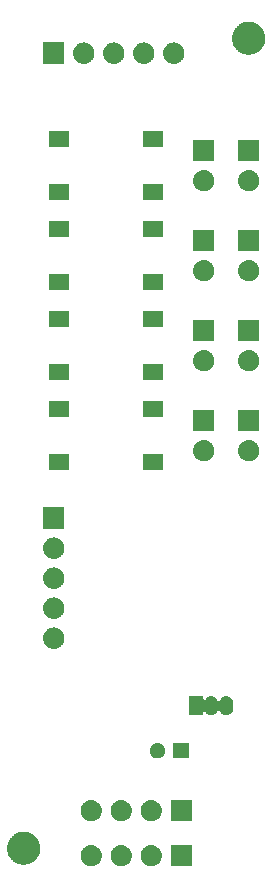
<source format=gbs>
G04 #@! TF.GenerationSoftware,KiCad,Pcbnew,(5.1.0-894-gde406e36d)*
G04 #@! TF.CreationDate,2019-06-07T17:38:47-07:00*
G04 #@! TF.ProjectId,TetheredJoy,54657468-6572-4656-944a-6f792e6b6963,n/c*
G04 #@! TF.SameCoordinates,Original*
G04 #@! TF.FileFunction,Soldermask,Bot*
G04 #@! TF.FilePolarity,Negative*
%FSLAX46Y46*%
G04 Gerber Fmt 4.6, Leading zero omitted, Abs format (unit mm)*
G04 Created by KiCad (PCBNEW (5.1.0-894-gde406e36d)) date 2019-06-07 17:38:47*
%MOMM*%
%LPD*%
G04 APERTURE LIST*
%ADD10C,0.100000*%
G04 APERTURE END LIST*
D10*
G36*
X216166000Y-108216000D02*
G01*
X214364000Y-108216000D01*
X214364000Y-106414000D01*
X216166000Y-106414000D01*
X216166000Y-108216000D01*
X216166000Y-108216000D01*
G37*
G36*
X212913360Y-106428835D02*
G01*
X212994397Y-106455166D01*
X213081663Y-106482848D01*
X213084655Y-106484493D01*
X213093488Y-106487363D01*
X213165466Y-106528919D01*
X213236499Y-106567970D01*
X213243986Y-106574253D01*
X213257511Y-106582061D01*
X213315259Y-106634057D01*
X213371857Y-106681549D01*
X213381962Y-106694118D01*
X213398261Y-106708793D01*
X213440454Y-106766867D01*
X213482579Y-106819260D01*
X213492994Y-106839182D01*
X213509586Y-106862019D01*
X213536297Y-106922012D01*
X213564439Y-106975843D01*
X213572582Y-107003510D01*
X213586621Y-107035042D01*
X213598992Y-107093241D01*
X213614328Y-107145349D01*
X213617518Y-107180401D01*
X213625999Y-107220301D01*
X213625999Y-107273592D01*
X213630343Y-107321324D01*
X213625999Y-107362653D01*
X213625999Y-107409699D01*
X213616217Y-107455721D01*
X213611873Y-107497047D01*
X213597702Y-107542827D01*
X213586621Y-107594958D01*
X213570028Y-107632226D01*
X213559622Y-107665843D01*
X213533789Y-107713620D01*
X213509586Y-107767981D01*
X213489298Y-107795905D01*
X213475580Y-107821276D01*
X213436859Y-107868082D01*
X213398261Y-107921207D01*
X213377284Y-107940095D01*
X213362952Y-107957419D01*
X213310845Y-107999917D01*
X213257511Y-108047939D01*
X213238524Y-108058901D01*
X213226025Y-108069095D01*
X213160780Y-108103786D01*
X213093488Y-108142637D01*
X213078636Y-108147463D01*
X213070003Y-108152053D01*
X212992430Y-108175473D01*
X212913360Y-108201165D01*
X212904114Y-108202137D01*
X212900851Y-108203122D01*
X212809710Y-108212059D01*
X212772211Y-108216000D01*
X212677789Y-108216000D01*
X212536640Y-108201165D01*
X212455603Y-108174834D01*
X212368337Y-108147152D01*
X212365345Y-108145507D01*
X212356512Y-108142637D01*
X212284534Y-108101081D01*
X212213501Y-108062030D01*
X212206014Y-108055747D01*
X212192489Y-108047939D01*
X212134741Y-107995943D01*
X212078143Y-107948451D01*
X212068038Y-107935882D01*
X212051739Y-107921207D01*
X212009546Y-107863133D01*
X211967421Y-107810740D01*
X211957006Y-107790818D01*
X211940414Y-107767981D01*
X211913703Y-107707988D01*
X211885561Y-107654157D01*
X211877418Y-107626490D01*
X211863379Y-107594958D01*
X211851008Y-107536759D01*
X211835672Y-107484651D01*
X211832482Y-107449599D01*
X211824001Y-107409699D01*
X211824001Y-107356408D01*
X211819657Y-107308676D01*
X211824001Y-107267347D01*
X211824001Y-107220301D01*
X211833783Y-107174279D01*
X211838127Y-107132953D01*
X211852298Y-107087173D01*
X211863379Y-107035042D01*
X211879972Y-106997774D01*
X211890378Y-106964157D01*
X211916211Y-106916380D01*
X211940414Y-106862019D01*
X211960702Y-106834095D01*
X211974420Y-106808724D01*
X212013141Y-106761918D01*
X212051739Y-106708793D01*
X212072716Y-106689905D01*
X212087048Y-106672581D01*
X212139155Y-106630083D01*
X212192489Y-106582061D01*
X212211476Y-106571099D01*
X212223975Y-106560905D01*
X212289220Y-106526214D01*
X212356512Y-106487363D01*
X212371364Y-106482537D01*
X212379997Y-106477947D01*
X212457570Y-106454527D01*
X212536640Y-106428835D01*
X212545886Y-106427863D01*
X212549149Y-106426878D01*
X212640290Y-106417941D01*
X212677789Y-106414000D01*
X212772211Y-106414000D01*
X212913360Y-106428835D01*
X212913360Y-106428835D01*
G37*
G36*
X210373360Y-106428835D02*
G01*
X210454397Y-106455166D01*
X210541663Y-106482848D01*
X210544655Y-106484493D01*
X210553488Y-106487363D01*
X210625466Y-106528919D01*
X210696499Y-106567970D01*
X210703986Y-106574253D01*
X210717511Y-106582061D01*
X210775259Y-106634057D01*
X210831857Y-106681549D01*
X210841962Y-106694118D01*
X210858261Y-106708793D01*
X210900454Y-106766867D01*
X210942579Y-106819260D01*
X210952994Y-106839182D01*
X210969586Y-106862019D01*
X210996297Y-106922012D01*
X211024439Y-106975843D01*
X211032582Y-107003510D01*
X211046621Y-107035042D01*
X211058992Y-107093241D01*
X211074328Y-107145349D01*
X211077518Y-107180401D01*
X211085999Y-107220301D01*
X211085999Y-107273592D01*
X211090343Y-107321324D01*
X211085999Y-107362653D01*
X211085999Y-107409699D01*
X211076217Y-107455721D01*
X211071873Y-107497047D01*
X211057702Y-107542827D01*
X211046621Y-107594958D01*
X211030028Y-107632226D01*
X211019622Y-107665843D01*
X210993789Y-107713620D01*
X210969586Y-107767981D01*
X210949298Y-107795905D01*
X210935580Y-107821276D01*
X210896859Y-107868082D01*
X210858261Y-107921207D01*
X210837284Y-107940095D01*
X210822952Y-107957419D01*
X210770845Y-107999917D01*
X210717511Y-108047939D01*
X210698524Y-108058901D01*
X210686025Y-108069095D01*
X210620780Y-108103786D01*
X210553488Y-108142637D01*
X210538636Y-108147463D01*
X210530003Y-108152053D01*
X210452430Y-108175473D01*
X210373360Y-108201165D01*
X210364114Y-108202137D01*
X210360851Y-108203122D01*
X210269710Y-108212059D01*
X210232211Y-108216000D01*
X210137789Y-108216000D01*
X209996640Y-108201165D01*
X209915603Y-108174834D01*
X209828337Y-108147152D01*
X209825345Y-108145507D01*
X209816512Y-108142637D01*
X209744534Y-108101081D01*
X209673501Y-108062030D01*
X209666014Y-108055747D01*
X209652489Y-108047939D01*
X209594741Y-107995943D01*
X209538143Y-107948451D01*
X209528038Y-107935882D01*
X209511739Y-107921207D01*
X209469546Y-107863133D01*
X209427421Y-107810740D01*
X209417006Y-107790818D01*
X209400414Y-107767981D01*
X209373703Y-107707988D01*
X209345561Y-107654157D01*
X209337418Y-107626490D01*
X209323379Y-107594958D01*
X209311008Y-107536759D01*
X209295672Y-107484651D01*
X209292482Y-107449599D01*
X209284001Y-107409699D01*
X209284001Y-107356408D01*
X209279657Y-107308676D01*
X209284001Y-107267347D01*
X209284001Y-107220301D01*
X209293783Y-107174279D01*
X209298127Y-107132953D01*
X209312298Y-107087173D01*
X209323379Y-107035042D01*
X209339972Y-106997774D01*
X209350378Y-106964157D01*
X209376211Y-106916380D01*
X209400414Y-106862019D01*
X209420702Y-106834095D01*
X209434420Y-106808724D01*
X209473141Y-106761918D01*
X209511739Y-106708793D01*
X209532716Y-106689905D01*
X209547048Y-106672581D01*
X209599155Y-106630083D01*
X209652489Y-106582061D01*
X209671476Y-106571099D01*
X209683975Y-106560905D01*
X209749220Y-106526214D01*
X209816512Y-106487363D01*
X209831364Y-106482537D01*
X209839997Y-106477947D01*
X209917570Y-106454527D01*
X209996640Y-106428835D01*
X210005886Y-106427863D01*
X210009149Y-106426878D01*
X210100290Y-106417941D01*
X210137789Y-106414000D01*
X210232211Y-106414000D01*
X210373360Y-106428835D01*
X210373360Y-106428835D01*
G37*
G36*
X207833360Y-106428835D02*
G01*
X207914397Y-106455166D01*
X208001663Y-106482848D01*
X208004655Y-106484493D01*
X208013488Y-106487363D01*
X208085466Y-106528919D01*
X208156499Y-106567970D01*
X208163986Y-106574253D01*
X208177511Y-106582061D01*
X208235259Y-106634057D01*
X208291857Y-106681549D01*
X208301962Y-106694118D01*
X208318261Y-106708793D01*
X208360454Y-106766867D01*
X208402579Y-106819260D01*
X208412994Y-106839182D01*
X208429586Y-106862019D01*
X208456297Y-106922012D01*
X208484439Y-106975843D01*
X208492582Y-107003510D01*
X208506621Y-107035042D01*
X208518992Y-107093241D01*
X208534328Y-107145349D01*
X208537518Y-107180401D01*
X208545999Y-107220301D01*
X208545999Y-107273592D01*
X208550343Y-107321324D01*
X208545999Y-107362653D01*
X208545999Y-107409699D01*
X208536217Y-107455721D01*
X208531873Y-107497047D01*
X208517702Y-107542827D01*
X208506621Y-107594958D01*
X208490028Y-107632226D01*
X208479622Y-107665843D01*
X208453789Y-107713620D01*
X208429586Y-107767981D01*
X208409298Y-107795905D01*
X208395580Y-107821276D01*
X208356859Y-107868082D01*
X208318261Y-107921207D01*
X208297284Y-107940095D01*
X208282952Y-107957419D01*
X208230845Y-107999917D01*
X208177511Y-108047939D01*
X208158524Y-108058901D01*
X208146025Y-108069095D01*
X208080780Y-108103786D01*
X208013488Y-108142637D01*
X207998636Y-108147463D01*
X207990003Y-108152053D01*
X207912430Y-108175473D01*
X207833360Y-108201165D01*
X207824114Y-108202137D01*
X207820851Y-108203122D01*
X207729710Y-108212059D01*
X207692211Y-108216000D01*
X207597789Y-108216000D01*
X207456640Y-108201165D01*
X207375603Y-108174834D01*
X207288337Y-108147152D01*
X207285345Y-108145507D01*
X207276512Y-108142637D01*
X207204534Y-108101081D01*
X207133501Y-108062030D01*
X207126014Y-108055747D01*
X207112489Y-108047939D01*
X207054741Y-107995943D01*
X206998143Y-107948451D01*
X206988038Y-107935882D01*
X206971739Y-107921207D01*
X206929546Y-107863133D01*
X206887421Y-107810740D01*
X206877006Y-107790818D01*
X206860414Y-107767981D01*
X206833703Y-107707988D01*
X206805561Y-107654157D01*
X206797418Y-107626490D01*
X206783379Y-107594958D01*
X206771008Y-107536759D01*
X206755672Y-107484651D01*
X206752482Y-107449599D01*
X206744001Y-107409699D01*
X206744001Y-107356408D01*
X206739657Y-107308676D01*
X206744001Y-107267347D01*
X206744001Y-107220301D01*
X206753783Y-107174279D01*
X206758127Y-107132953D01*
X206772298Y-107087173D01*
X206783379Y-107035042D01*
X206799972Y-106997774D01*
X206810378Y-106964157D01*
X206836211Y-106916380D01*
X206860414Y-106862019D01*
X206880702Y-106834095D01*
X206894420Y-106808724D01*
X206933141Y-106761918D01*
X206971739Y-106708793D01*
X206992716Y-106689905D01*
X207007048Y-106672581D01*
X207059155Y-106630083D01*
X207112489Y-106582061D01*
X207131476Y-106571099D01*
X207143975Y-106560905D01*
X207209220Y-106526214D01*
X207276512Y-106487363D01*
X207291364Y-106482537D01*
X207299997Y-106477947D01*
X207377570Y-106454527D01*
X207456640Y-106428835D01*
X207465886Y-106427863D01*
X207469149Y-106426878D01*
X207560290Y-106417941D01*
X207597789Y-106414000D01*
X207692211Y-106414000D01*
X207833360Y-106428835D01*
X207833360Y-106428835D01*
G37*
G36*
X201939157Y-105277794D02*
G01*
X201993764Y-105275887D01*
X202051626Y-105283197D01*
X202115961Y-105286287D01*
X202169288Y-105298060D01*
X202217430Y-105304142D01*
X202279258Y-105322339D01*
X202348128Y-105337544D01*
X202393047Y-105355829D01*
X202433709Y-105367797D01*
X202497351Y-105398289D01*
X202568340Y-105427187D01*
X202604327Y-105449543D01*
X202637022Y-105465208D01*
X202699994Y-105508975D01*
X202770300Y-105552651D01*
X202797423Y-105576689D01*
X202822151Y-105593876D01*
X202881712Y-105651394D01*
X202948233Y-105710350D01*
X202967079Y-105733832D01*
X202984327Y-105750488D01*
X203037597Y-105821696D01*
X203097051Y-105895774D01*
X203108689Y-105916726D01*
X203119376Y-105931012D01*
X203163429Y-106015277D01*
X203212500Y-106103622D01*
X203218405Y-106120436D01*
X203223823Y-106130800D01*
X203255765Y-106226820D01*
X203291279Y-106327949D01*
X203293238Y-106339468D01*
X203294988Y-106344730D01*
X203312172Y-106450827D01*
X203331134Y-106562344D01*
X203328362Y-106826974D01*
X203307096Y-106937929D01*
X203287668Y-107043785D01*
X203285804Y-107049020D01*
X203283607Y-107060482D01*
X203246015Y-107160760D01*
X203212040Y-107256172D01*
X203206403Y-107266425D01*
X203200148Y-107283111D01*
X203149233Y-107370417D01*
X203103428Y-107453735D01*
X203092446Y-107467791D01*
X203080372Y-107488495D01*
X203019378Y-107561315D01*
X202964630Y-107631388D01*
X202947038Y-107647678D01*
X202927703Y-107670762D01*
X202859965Y-107728310D01*
X202799208Y-107784571D01*
X202774120Y-107801239D01*
X202746506Y-107824699D01*
X202675311Y-107866888D01*
X202611430Y-107909330D01*
X202578414Y-107924307D01*
X202541963Y-107945907D01*
X202470385Y-107973312D01*
X202406117Y-108002465D01*
X202365208Y-108013580D01*
X202319922Y-108030918D01*
X202250749Y-108044677D01*
X202188555Y-108061575D01*
X202140300Y-108066647D01*
X202086733Y-108077302D01*
X202022349Y-108079044D01*
X201964342Y-108085141D01*
X201909778Y-108082090D01*
X201849061Y-108083733D01*
X201791351Y-108075468D01*
X201739244Y-108072555D01*
X201679905Y-108059509D01*
X201613704Y-108050028D01*
X201564032Y-108034032D01*
X201519053Y-108024143D01*
X201456870Y-107999523D01*
X201387391Y-107977149D01*
X201346562Y-107955849D01*
X201309438Y-107941151D01*
X201246723Y-107903765D01*
X201176593Y-107867180D01*
X201144820Y-107843019D01*
X201115787Y-107825712D01*
X201055161Y-107774841D01*
X200987337Y-107723266D01*
X200964275Y-107698578D01*
X200943083Y-107680796D01*
X200887378Y-107616261D01*
X200825034Y-107549522D01*
X200809830Y-107526419D01*
X200795769Y-107510130D01*
X200747889Y-107432303D01*
X200694326Y-107350916D01*
X200685698Y-107331214D01*
X200677635Y-107318108D01*
X200640454Y-107227901D01*
X200598950Y-107133127D01*
X200595247Y-107118221D01*
X200591724Y-107109673D01*
X200568028Y-107008643D01*
X200541632Y-106902381D01*
X200540949Y-106893191D01*
X200540243Y-106890181D01*
X200532554Y-106780219D01*
X200524012Y-106665276D01*
X200534980Y-106550318D01*
X200544951Y-106440758D01*
X200545718Y-106437769D01*
X200546594Y-106428592D01*
X200575231Y-106322825D01*
X200601018Y-106222391D01*
X200604716Y-106213928D01*
X200608731Y-106199097D01*
X200652214Y-106105206D01*
X200691273Y-106015804D01*
X200699611Y-106002866D01*
X200708648Y-105983353D01*
X200763893Y-105903120D01*
X200813403Y-105826297D01*
X200827804Y-105810303D01*
X200843486Y-105787528D01*
X200907201Y-105722123D01*
X200964258Y-105658754D01*
X200985822Y-105641416D01*
X201009392Y-105617221D01*
X201078275Y-105567083D01*
X201139957Y-105517489D01*
X201169345Y-105500794D01*
X201201620Y-105477302D01*
X201272503Y-105442192D01*
X201335986Y-105406129D01*
X201373412Y-105392210D01*
X201414675Y-105371772D01*
X201484594Y-105350862D01*
X201547294Y-105327544D01*
X201592486Y-105318596D01*
X201642465Y-105303649D01*
X201708830Y-105295559D01*
X201768445Y-105283755D01*
X201820605Y-105281934D01*
X201878477Y-105274879D01*
X201939157Y-105277794D01*
X201939157Y-105277794D01*
G37*
G36*
X216166000Y-104406000D02*
G01*
X214364000Y-104406000D01*
X214364000Y-102604000D01*
X216166000Y-102604000D01*
X216166000Y-104406000D01*
X216166000Y-104406000D01*
G37*
G36*
X212913360Y-102618835D02*
G01*
X212994397Y-102645166D01*
X213081663Y-102672848D01*
X213084655Y-102674493D01*
X213093488Y-102677363D01*
X213165466Y-102718919D01*
X213236499Y-102757970D01*
X213243986Y-102764253D01*
X213257511Y-102772061D01*
X213315259Y-102824057D01*
X213371857Y-102871549D01*
X213381962Y-102884118D01*
X213398261Y-102898793D01*
X213440454Y-102956867D01*
X213482579Y-103009260D01*
X213492994Y-103029182D01*
X213509586Y-103052019D01*
X213536297Y-103112012D01*
X213564439Y-103165843D01*
X213572582Y-103193510D01*
X213586621Y-103225042D01*
X213598992Y-103283241D01*
X213614328Y-103335349D01*
X213617518Y-103370401D01*
X213625999Y-103410301D01*
X213625999Y-103463592D01*
X213630343Y-103511324D01*
X213625999Y-103552653D01*
X213625999Y-103599699D01*
X213616217Y-103645721D01*
X213611873Y-103687047D01*
X213597702Y-103732827D01*
X213586621Y-103784958D01*
X213570028Y-103822226D01*
X213559622Y-103855843D01*
X213533789Y-103903620D01*
X213509586Y-103957981D01*
X213489298Y-103985905D01*
X213475580Y-104011276D01*
X213436859Y-104058082D01*
X213398261Y-104111207D01*
X213377284Y-104130095D01*
X213362952Y-104147419D01*
X213310845Y-104189917D01*
X213257511Y-104237939D01*
X213238524Y-104248901D01*
X213226025Y-104259095D01*
X213160780Y-104293786D01*
X213093488Y-104332637D01*
X213078636Y-104337463D01*
X213070003Y-104342053D01*
X212992430Y-104365473D01*
X212913360Y-104391165D01*
X212904114Y-104392137D01*
X212900851Y-104393122D01*
X212809710Y-104402059D01*
X212772211Y-104406000D01*
X212677789Y-104406000D01*
X212536640Y-104391165D01*
X212455603Y-104364834D01*
X212368337Y-104337152D01*
X212365345Y-104335507D01*
X212356512Y-104332637D01*
X212284534Y-104291081D01*
X212213501Y-104252030D01*
X212206014Y-104245747D01*
X212192489Y-104237939D01*
X212134741Y-104185943D01*
X212078143Y-104138451D01*
X212068038Y-104125882D01*
X212051739Y-104111207D01*
X212009546Y-104053133D01*
X211967421Y-104000740D01*
X211957006Y-103980818D01*
X211940414Y-103957981D01*
X211913703Y-103897988D01*
X211885561Y-103844157D01*
X211877418Y-103816490D01*
X211863379Y-103784958D01*
X211851008Y-103726759D01*
X211835672Y-103674651D01*
X211832482Y-103639599D01*
X211824001Y-103599699D01*
X211824001Y-103546408D01*
X211819657Y-103498676D01*
X211824001Y-103457347D01*
X211824001Y-103410301D01*
X211833783Y-103364279D01*
X211838127Y-103322953D01*
X211852298Y-103277173D01*
X211863379Y-103225042D01*
X211879972Y-103187774D01*
X211890378Y-103154157D01*
X211916211Y-103106380D01*
X211940414Y-103052019D01*
X211960702Y-103024095D01*
X211974420Y-102998724D01*
X212013141Y-102951918D01*
X212051739Y-102898793D01*
X212072716Y-102879905D01*
X212087048Y-102862581D01*
X212139155Y-102820083D01*
X212192489Y-102772061D01*
X212211476Y-102761099D01*
X212223975Y-102750905D01*
X212289220Y-102716214D01*
X212356512Y-102677363D01*
X212371364Y-102672537D01*
X212379997Y-102667947D01*
X212457570Y-102644527D01*
X212536640Y-102618835D01*
X212545886Y-102617863D01*
X212549149Y-102616878D01*
X212640290Y-102607941D01*
X212677789Y-102604000D01*
X212772211Y-102604000D01*
X212913360Y-102618835D01*
X212913360Y-102618835D01*
G37*
G36*
X210373360Y-102618835D02*
G01*
X210454397Y-102645166D01*
X210541663Y-102672848D01*
X210544655Y-102674493D01*
X210553488Y-102677363D01*
X210625466Y-102718919D01*
X210696499Y-102757970D01*
X210703986Y-102764253D01*
X210717511Y-102772061D01*
X210775259Y-102824057D01*
X210831857Y-102871549D01*
X210841962Y-102884118D01*
X210858261Y-102898793D01*
X210900454Y-102956867D01*
X210942579Y-103009260D01*
X210952994Y-103029182D01*
X210969586Y-103052019D01*
X210996297Y-103112012D01*
X211024439Y-103165843D01*
X211032582Y-103193510D01*
X211046621Y-103225042D01*
X211058992Y-103283241D01*
X211074328Y-103335349D01*
X211077518Y-103370401D01*
X211085999Y-103410301D01*
X211085999Y-103463592D01*
X211090343Y-103511324D01*
X211085999Y-103552653D01*
X211085999Y-103599699D01*
X211076217Y-103645721D01*
X211071873Y-103687047D01*
X211057702Y-103732827D01*
X211046621Y-103784958D01*
X211030028Y-103822226D01*
X211019622Y-103855843D01*
X210993789Y-103903620D01*
X210969586Y-103957981D01*
X210949298Y-103985905D01*
X210935580Y-104011276D01*
X210896859Y-104058082D01*
X210858261Y-104111207D01*
X210837284Y-104130095D01*
X210822952Y-104147419D01*
X210770845Y-104189917D01*
X210717511Y-104237939D01*
X210698524Y-104248901D01*
X210686025Y-104259095D01*
X210620780Y-104293786D01*
X210553488Y-104332637D01*
X210538636Y-104337463D01*
X210530003Y-104342053D01*
X210452430Y-104365473D01*
X210373360Y-104391165D01*
X210364114Y-104392137D01*
X210360851Y-104393122D01*
X210269710Y-104402059D01*
X210232211Y-104406000D01*
X210137789Y-104406000D01*
X209996640Y-104391165D01*
X209915603Y-104364834D01*
X209828337Y-104337152D01*
X209825345Y-104335507D01*
X209816512Y-104332637D01*
X209744534Y-104291081D01*
X209673501Y-104252030D01*
X209666014Y-104245747D01*
X209652489Y-104237939D01*
X209594741Y-104185943D01*
X209538143Y-104138451D01*
X209528038Y-104125882D01*
X209511739Y-104111207D01*
X209469546Y-104053133D01*
X209427421Y-104000740D01*
X209417006Y-103980818D01*
X209400414Y-103957981D01*
X209373703Y-103897988D01*
X209345561Y-103844157D01*
X209337418Y-103816490D01*
X209323379Y-103784958D01*
X209311008Y-103726759D01*
X209295672Y-103674651D01*
X209292482Y-103639599D01*
X209284001Y-103599699D01*
X209284001Y-103546408D01*
X209279657Y-103498676D01*
X209284001Y-103457347D01*
X209284001Y-103410301D01*
X209293783Y-103364279D01*
X209298127Y-103322953D01*
X209312298Y-103277173D01*
X209323379Y-103225042D01*
X209339972Y-103187774D01*
X209350378Y-103154157D01*
X209376211Y-103106380D01*
X209400414Y-103052019D01*
X209420702Y-103024095D01*
X209434420Y-102998724D01*
X209473141Y-102951918D01*
X209511739Y-102898793D01*
X209532716Y-102879905D01*
X209547048Y-102862581D01*
X209599155Y-102820083D01*
X209652489Y-102772061D01*
X209671476Y-102761099D01*
X209683975Y-102750905D01*
X209749220Y-102716214D01*
X209816512Y-102677363D01*
X209831364Y-102672537D01*
X209839997Y-102667947D01*
X209917570Y-102644527D01*
X209996640Y-102618835D01*
X210005886Y-102617863D01*
X210009149Y-102616878D01*
X210100290Y-102607941D01*
X210137789Y-102604000D01*
X210232211Y-102604000D01*
X210373360Y-102618835D01*
X210373360Y-102618835D01*
G37*
G36*
X207833360Y-102618835D02*
G01*
X207914397Y-102645166D01*
X208001663Y-102672848D01*
X208004655Y-102674493D01*
X208013488Y-102677363D01*
X208085466Y-102718919D01*
X208156499Y-102757970D01*
X208163986Y-102764253D01*
X208177511Y-102772061D01*
X208235259Y-102824057D01*
X208291857Y-102871549D01*
X208301962Y-102884118D01*
X208318261Y-102898793D01*
X208360454Y-102956867D01*
X208402579Y-103009260D01*
X208412994Y-103029182D01*
X208429586Y-103052019D01*
X208456297Y-103112012D01*
X208484439Y-103165843D01*
X208492582Y-103193510D01*
X208506621Y-103225042D01*
X208518992Y-103283241D01*
X208534328Y-103335349D01*
X208537518Y-103370401D01*
X208545999Y-103410301D01*
X208545999Y-103463592D01*
X208550343Y-103511324D01*
X208545999Y-103552653D01*
X208545999Y-103599699D01*
X208536217Y-103645721D01*
X208531873Y-103687047D01*
X208517702Y-103732827D01*
X208506621Y-103784958D01*
X208490028Y-103822226D01*
X208479622Y-103855843D01*
X208453789Y-103903620D01*
X208429586Y-103957981D01*
X208409298Y-103985905D01*
X208395580Y-104011276D01*
X208356859Y-104058082D01*
X208318261Y-104111207D01*
X208297284Y-104130095D01*
X208282952Y-104147419D01*
X208230845Y-104189917D01*
X208177511Y-104237939D01*
X208158524Y-104248901D01*
X208146025Y-104259095D01*
X208080780Y-104293786D01*
X208013488Y-104332637D01*
X207998636Y-104337463D01*
X207990003Y-104342053D01*
X207912430Y-104365473D01*
X207833360Y-104391165D01*
X207824114Y-104392137D01*
X207820851Y-104393122D01*
X207729710Y-104402059D01*
X207692211Y-104406000D01*
X207597789Y-104406000D01*
X207456640Y-104391165D01*
X207375603Y-104364834D01*
X207288337Y-104337152D01*
X207285345Y-104335507D01*
X207276512Y-104332637D01*
X207204534Y-104291081D01*
X207133501Y-104252030D01*
X207126014Y-104245747D01*
X207112489Y-104237939D01*
X207054741Y-104185943D01*
X206998143Y-104138451D01*
X206988038Y-104125882D01*
X206971739Y-104111207D01*
X206929546Y-104053133D01*
X206887421Y-104000740D01*
X206877006Y-103980818D01*
X206860414Y-103957981D01*
X206833703Y-103897988D01*
X206805561Y-103844157D01*
X206797418Y-103816490D01*
X206783379Y-103784958D01*
X206771008Y-103726759D01*
X206755672Y-103674651D01*
X206752482Y-103639599D01*
X206744001Y-103599699D01*
X206744001Y-103546408D01*
X206739657Y-103498676D01*
X206744001Y-103457347D01*
X206744001Y-103410301D01*
X206753783Y-103364279D01*
X206758127Y-103322953D01*
X206772298Y-103277173D01*
X206783379Y-103225042D01*
X206799972Y-103187774D01*
X206810378Y-103154157D01*
X206836211Y-103106380D01*
X206860414Y-103052019D01*
X206880702Y-103024095D01*
X206894420Y-102998724D01*
X206933141Y-102951918D01*
X206971739Y-102898793D01*
X206992716Y-102879905D01*
X207007048Y-102862581D01*
X207059155Y-102820083D01*
X207112489Y-102772061D01*
X207131476Y-102761099D01*
X207143975Y-102750905D01*
X207209220Y-102716214D01*
X207276512Y-102677363D01*
X207291364Y-102672537D01*
X207299997Y-102667947D01*
X207377570Y-102644527D01*
X207456640Y-102618835D01*
X207465886Y-102617863D01*
X207469149Y-102616878D01*
X207560290Y-102607941D01*
X207597789Y-102604000D01*
X207692211Y-102604000D01*
X207833360Y-102618835D01*
X207833360Y-102618835D01*
G37*
G36*
X213286945Y-97774094D02*
G01*
X213342571Y-97774482D01*
X213360701Y-97778734D01*
X213387955Y-97780449D01*
X213439718Y-97797268D01*
X213484763Y-97807833D01*
X213509764Y-97820027D01*
X213544385Y-97831276D01*
X213582764Y-97855632D01*
X213616034Y-97871859D01*
X213644882Y-97895053D01*
X213683261Y-97919409D01*
X213708181Y-97945946D01*
X213729857Y-97963374D01*
X213758591Y-97999627D01*
X213795856Y-98039311D01*
X213809016Y-98063249D01*
X213820579Y-98077838D01*
X213844610Y-98127994D01*
X213875095Y-98183446D01*
X213879617Y-98201059D01*
X213883685Y-98209549D01*
X213898192Y-98273404D01*
X213916000Y-98342760D01*
X213916000Y-98507240D01*
X213913533Y-98516850D01*
X213913530Y-98517034D01*
X213877429Y-98657640D01*
X213877339Y-98657816D01*
X213875095Y-98666554D01*
X213840611Y-98729280D01*
X213810670Y-98787539D01*
X213804617Y-98794752D01*
X213795856Y-98810689D01*
X213752535Y-98856822D01*
X213716787Y-98899424D01*
X213701960Y-98910678D01*
X213683261Y-98930591D01*
X213637297Y-98959761D01*
X213600454Y-98987726D01*
X213575125Y-98999216D01*
X213544385Y-99018724D01*
X213501157Y-99032770D01*
X213467443Y-99048063D01*
X213431179Y-99055507D01*
X213387955Y-99069551D01*
X213351621Y-99071837D01*
X213324378Y-99077429D01*
X213278132Y-99076461D01*
X213223798Y-99079879D01*
X213196967Y-99074761D01*
X213178354Y-99074371D01*
X213124393Y-99060917D01*
X213062231Y-99049059D01*
X213045773Y-99041314D01*
X213036639Y-99039037D01*
X212978184Y-99009509D01*
X212913404Y-98979026D01*
X212906452Y-98973275D01*
X212906276Y-98973186D01*
X212793743Y-98880091D01*
X212793621Y-98879932D01*
X212786670Y-98874182D01*
X212744599Y-98816276D01*
X212704627Y-98764372D01*
X212700677Y-98755823D01*
X212689990Y-98741114D01*
X212666699Y-98682288D01*
X212643368Y-98631794D01*
X212639497Y-98613583D01*
X212629441Y-98588184D01*
X212622617Y-98534168D01*
X212613001Y-98488927D01*
X212613389Y-98461122D01*
X212608826Y-98425000D01*
X212614523Y-98379902D01*
X212615040Y-98342890D01*
X212623744Y-98306912D01*
X212629441Y-98261816D01*
X212642843Y-98227966D01*
X212649383Y-98200933D01*
X212669951Y-98159499D01*
X212689990Y-98108886D01*
X212706044Y-98086789D01*
X212714323Y-98070112D01*
X212749479Y-98027007D01*
X212786670Y-97975818D01*
X212800682Y-97964226D01*
X212806631Y-97956932D01*
X212858222Y-97916624D01*
X212913404Y-97870974D01*
X212921572Y-97867131D01*
X212921726Y-97867010D01*
X213053874Y-97804826D01*
X213054064Y-97804784D01*
X213062231Y-97800941D01*
X213132577Y-97787522D01*
X213196521Y-97773463D01*
X213205934Y-97773529D01*
X213223798Y-97770121D01*
X213286945Y-97774094D01*
X213286945Y-97774094D01*
G37*
G36*
X215916000Y-99076000D02*
G01*
X214614000Y-99076000D01*
X214614000Y-97774000D01*
X215916000Y-97774000D01*
X215916000Y-99076000D01*
X215916000Y-99076000D01*
G37*
G36*
X219113984Y-93814162D02*
G01*
X219147721Y-93814339D01*
X219183401Y-93823301D01*
X219225365Y-93828826D01*
X219256133Y-93841570D01*
X219282936Y-93848303D01*
X219320847Y-93868376D01*
X219365484Y-93886865D01*
X219387115Y-93903463D01*
X219406149Y-93913541D01*
X219442766Y-93946165D01*
X219485808Y-93979192D01*
X219498716Y-93996013D01*
X219510242Y-94006283D01*
X219541549Y-94051836D01*
X219578135Y-94099515D01*
X219583924Y-94113492D01*
X219589209Y-94121181D01*
X219611040Y-94178956D01*
X219636174Y-94239634D01*
X219637353Y-94248590D01*
X219638487Y-94251591D01*
X219646888Y-94321014D01*
X219651000Y-94352249D01*
X219651000Y-94877750D01*
X219636174Y-94990366D01*
X219610090Y-95053338D01*
X219586365Y-95114189D01*
X219582761Y-95119317D01*
X219578135Y-95130485D01*
X219539802Y-95180441D01*
X219506199Y-95228254D01*
X219496869Y-95236393D01*
X219485808Y-95250808D01*
X219440427Y-95285630D01*
X219401140Y-95319902D01*
X219384713Y-95328381D01*
X219365485Y-95343135D01*
X219318105Y-95362761D01*
X219277253Y-95383846D01*
X219253340Y-95389587D01*
X219225366Y-95401174D01*
X219180438Y-95407089D01*
X219141691Y-95416391D01*
X219111002Y-95416230D01*
X219075000Y-95420970D01*
X219036016Y-95415838D01*
X219002279Y-95415661D01*
X218966599Y-95406699D01*
X218924635Y-95401174D01*
X218893867Y-95388430D01*
X218867064Y-95381697D01*
X218829153Y-95361624D01*
X218784516Y-95343135D01*
X218762885Y-95326537D01*
X218743851Y-95316459D01*
X218707230Y-95283832D01*
X218664193Y-95250808D01*
X218651288Y-95233989D01*
X218639758Y-95223717D01*
X218608443Y-95178153D01*
X218571866Y-95130485D01*
X218566077Y-95116510D01*
X218560792Y-95108820D01*
X218556624Y-95097790D01*
X218514174Y-95041587D01*
X218448077Y-95017257D01*
X218379319Y-95032524D01*
X218323234Y-95096569D01*
X218316363Y-95114192D01*
X218312761Y-95119318D01*
X218308135Y-95130485D01*
X218269803Y-95180440D01*
X218236199Y-95228254D01*
X218226869Y-95236393D01*
X218215808Y-95250808D01*
X218170427Y-95285630D01*
X218131140Y-95319902D01*
X218114713Y-95328381D01*
X218095485Y-95343135D01*
X218048105Y-95362761D01*
X218007253Y-95383846D01*
X217983340Y-95389587D01*
X217955366Y-95401174D01*
X217910438Y-95407089D01*
X217871691Y-95416391D01*
X217841002Y-95416230D01*
X217805000Y-95420970D01*
X217766016Y-95415838D01*
X217732279Y-95415661D01*
X217696599Y-95406699D01*
X217654635Y-95401174D01*
X217623867Y-95388430D01*
X217597064Y-95381697D01*
X217559153Y-95361624D01*
X217514516Y-95343135D01*
X217492885Y-95326537D01*
X217473851Y-95316459D01*
X217437230Y-95283832D01*
X217394193Y-95250808D01*
X217381288Y-95233989D01*
X217369758Y-95223717D01*
X217339014Y-95178984D01*
X217284383Y-95134529D01*
X217214391Y-95126667D01*
X217151259Y-95157894D01*
X217111000Y-95249784D01*
X217111000Y-95416000D01*
X215959000Y-95416000D01*
X215959000Y-93814000D01*
X217111000Y-93814000D01*
X217111000Y-93980432D01*
X217130843Y-94048012D01*
X217184073Y-94094135D01*
X217253788Y-94104159D01*
X217337931Y-94052513D01*
X217340202Y-94049554D01*
X217373801Y-94001747D01*
X217383129Y-93993610D01*
X217394192Y-93979192D01*
X217439576Y-93944367D01*
X217478860Y-93910098D01*
X217495287Y-93901619D01*
X217514515Y-93886865D01*
X217561895Y-93867239D01*
X217602747Y-93846154D01*
X217626660Y-93840413D01*
X217654634Y-93828826D01*
X217699562Y-93822911D01*
X217738309Y-93813609D01*
X217768998Y-93813770D01*
X217805000Y-93809030D01*
X217843984Y-93814162D01*
X217877721Y-93814339D01*
X217913401Y-93823301D01*
X217955365Y-93828826D01*
X217986133Y-93841570D01*
X218012936Y-93848303D01*
X218050847Y-93868376D01*
X218095484Y-93886865D01*
X218117115Y-93903463D01*
X218136149Y-93913541D01*
X218172766Y-93946165D01*
X218215808Y-93979192D01*
X218228716Y-93996013D01*
X218240242Y-94006283D01*
X218271548Y-94051834D01*
X218308135Y-94099515D01*
X218313925Y-94113493D01*
X218319206Y-94121177D01*
X218323375Y-94132210D01*
X218365825Y-94188413D01*
X218431921Y-94212744D01*
X218500680Y-94197478D01*
X218556766Y-94133432D01*
X218563637Y-94115809D01*
X218567239Y-94110683D01*
X218571865Y-94099516D01*
X218610201Y-94049556D01*
X218643801Y-94001747D01*
X218653129Y-93993610D01*
X218664192Y-93979192D01*
X218709576Y-93944367D01*
X218748860Y-93910098D01*
X218765287Y-93901619D01*
X218784515Y-93886865D01*
X218831895Y-93867239D01*
X218872747Y-93846154D01*
X218896660Y-93840413D01*
X218924634Y-93828826D01*
X218969562Y-93822911D01*
X219008309Y-93813609D01*
X219038998Y-93813770D01*
X219075000Y-93809030D01*
X219113984Y-93814162D01*
X219113984Y-93814162D01*
G37*
G36*
X204658360Y-88013835D02*
G01*
X204739397Y-88040166D01*
X204826663Y-88067848D01*
X204829655Y-88069493D01*
X204838488Y-88072363D01*
X204910466Y-88113919D01*
X204981499Y-88152970D01*
X204988986Y-88159253D01*
X205002511Y-88167061D01*
X205060259Y-88219057D01*
X205116857Y-88266549D01*
X205126962Y-88279118D01*
X205143261Y-88293793D01*
X205185454Y-88351867D01*
X205227579Y-88404260D01*
X205237994Y-88424182D01*
X205254586Y-88447019D01*
X205281297Y-88507012D01*
X205309439Y-88560843D01*
X205317582Y-88588510D01*
X205331621Y-88620042D01*
X205343992Y-88678241D01*
X205359328Y-88730349D01*
X205362518Y-88765401D01*
X205370999Y-88805301D01*
X205370999Y-88858592D01*
X205375343Y-88906324D01*
X205370999Y-88947653D01*
X205370999Y-88994699D01*
X205361217Y-89040721D01*
X205356873Y-89082047D01*
X205342702Y-89127827D01*
X205331621Y-89179958D01*
X205315028Y-89217226D01*
X205304622Y-89250843D01*
X205278789Y-89298620D01*
X205254586Y-89352981D01*
X205234298Y-89380905D01*
X205220580Y-89406276D01*
X205181859Y-89453082D01*
X205143261Y-89506207D01*
X205122284Y-89525095D01*
X205107952Y-89542419D01*
X205055845Y-89584917D01*
X205002511Y-89632939D01*
X204983524Y-89643901D01*
X204971025Y-89654095D01*
X204905780Y-89688786D01*
X204838488Y-89727637D01*
X204823636Y-89732463D01*
X204815003Y-89737053D01*
X204737430Y-89760473D01*
X204658360Y-89786165D01*
X204649114Y-89787137D01*
X204645851Y-89788122D01*
X204554710Y-89797059D01*
X204517211Y-89801000D01*
X204422789Y-89801000D01*
X204281640Y-89786165D01*
X204200603Y-89759834D01*
X204113337Y-89732152D01*
X204110345Y-89730507D01*
X204101512Y-89727637D01*
X204029534Y-89686081D01*
X203958501Y-89647030D01*
X203951014Y-89640747D01*
X203937489Y-89632939D01*
X203879741Y-89580943D01*
X203823143Y-89533451D01*
X203813038Y-89520882D01*
X203796739Y-89506207D01*
X203754546Y-89448133D01*
X203712421Y-89395740D01*
X203702006Y-89375818D01*
X203685414Y-89352981D01*
X203658703Y-89292988D01*
X203630561Y-89239157D01*
X203622418Y-89211490D01*
X203608379Y-89179958D01*
X203596008Y-89121759D01*
X203580672Y-89069651D01*
X203577482Y-89034599D01*
X203569001Y-88994699D01*
X203569001Y-88941408D01*
X203564657Y-88893676D01*
X203569001Y-88852347D01*
X203569001Y-88805301D01*
X203578783Y-88759279D01*
X203583127Y-88717953D01*
X203597298Y-88672173D01*
X203608379Y-88620042D01*
X203624972Y-88582774D01*
X203635378Y-88549157D01*
X203661211Y-88501380D01*
X203685414Y-88447019D01*
X203705702Y-88419095D01*
X203719420Y-88393724D01*
X203758141Y-88346918D01*
X203796739Y-88293793D01*
X203817716Y-88274905D01*
X203832048Y-88257581D01*
X203884155Y-88215083D01*
X203937489Y-88167061D01*
X203956476Y-88156099D01*
X203968975Y-88145905D01*
X204034220Y-88111214D01*
X204101512Y-88072363D01*
X204116364Y-88067537D01*
X204124997Y-88062947D01*
X204202570Y-88039527D01*
X204281640Y-88013835D01*
X204290886Y-88012863D01*
X204294149Y-88011878D01*
X204385290Y-88002941D01*
X204422789Y-87999000D01*
X204517211Y-87999000D01*
X204658360Y-88013835D01*
X204658360Y-88013835D01*
G37*
G36*
X204658360Y-85473835D02*
G01*
X204739397Y-85500166D01*
X204826663Y-85527848D01*
X204829655Y-85529493D01*
X204838488Y-85532363D01*
X204910466Y-85573919D01*
X204981499Y-85612970D01*
X204988986Y-85619253D01*
X205002511Y-85627061D01*
X205060259Y-85679057D01*
X205116857Y-85726549D01*
X205126962Y-85739118D01*
X205143261Y-85753793D01*
X205185454Y-85811867D01*
X205227579Y-85864260D01*
X205237994Y-85884182D01*
X205254586Y-85907019D01*
X205281297Y-85967012D01*
X205309439Y-86020843D01*
X205317582Y-86048510D01*
X205331621Y-86080042D01*
X205343992Y-86138241D01*
X205359328Y-86190349D01*
X205362518Y-86225401D01*
X205370999Y-86265301D01*
X205370999Y-86318592D01*
X205375343Y-86366324D01*
X205370999Y-86407653D01*
X205370999Y-86454699D01*
X205361217Y-86500721D01*
X205356873Y-86542047D01*
X205342702Y-86587827D01*
X205331621Y-86639958D01*
X205315028Y-86677226D01*
X205304622Y-86710843D01*
X205278789Y-86758620D01*
X205254586Y-86812981D01*
X205234298Y-86840905D01*
X205220580Y-86866276D01*
X205181859Y-86913082D01*
X205143261Y-86966207D01*
X205122284Y-86985095D01*
X205107952Y-87002419D01*
X205055845Y-87044917D01*
X205002511Y-87092939D01*
X204983524Y-87103901D01*
X204971025Y-87114095D01*
X204905780Y-87148786D01*
X204838488Y-87187637D01*
X204823636Y-87192463D01*
X204815003Y-87197053D01*
X204737430Y-87220473D01*
X204658360Y-87246165D01*
X204649114Y-87247137D01*
X204645851Y-87248122D01*
X204554710Y-87257059D01*
X204517211Y-87261000D01*
X204422789Y-87261000D01*
X204281640Y-87246165D01*
X204200603Y-87219834D01*
X204113337Y-87192152D01*
X204110345Y-87190507D01*
X204101512Y-87187637D01*
X204029534Y-87146081D01*
X203958501Y-87107030D01*
X203951014Y-87100747D01*
X203937489Y-87092939D01*
X203879741Y-87040943D01*
X203823143Y-86993451D01*
X203813038Y-86980882D01*
X203796739Y-86966207D01*
X203754546Y-86908133D01*
X203712421Y-86855740D01*
X203702006Y-86835818D01*
X203685414Y-86812981D01*
X203658703Y-86752988D01*
X203630561Y-86699157D01*
X203622418Y-86671490D01*
X203608379Y-86639958D01*
X203596008Y-86581759D01*
X203580672Y-86529651D01*
X203577482Y-86494599D01*
X203569001Y-86454699D01*
X203569001Y-86401408D01*
X203564657Y-86353676D01*
X203569001Y-86312347D01*
X203569001Y-86265301D01*
X203578783Y-86219279D01*
X203583127Y-86177953D01*
X203597298Y-86132173D01*
X203608379Y-86080042D01*
X203624972Y-86042774D01*
X203635378Y-86009157D01*
X203661211Y-85961380D01*
X203685414Y-85907019D01*
X203705702Y-85879095D01*
X203719420Y-85853724D01*
X203758141Y-85806918D01*
X203796739Y-85753793D01*
X203817716Y-85734905D01*
X203832048Y-85717581D01*
X203884155Y-85675083D01*
X203937489Y-85627061D01*
X203956476Y-85616099D01*
X203968975Y-85605905D01*
X204034220Y-85571214D01*
X204101512Y-85532363D01*
X204116364Y-85527537D01*
X204124997Y-85522947D01*
X204202570Y-85499527D01*
X204281640Y-85473835D01*
X204290886Y-85472863D01*
X204294149Y-85471878D01*
X204385290Y-85462941D01*
X204422789Y-85459000D01*
X204517211Y-85459000D01*
X204658360Y-85473835D01*
X204658360Y-85473835D01*
G37*
G36*
X204658360Y-82933835D02*
G01*
X204739397Y-82960166D01*
X204826663Y-82987848D01*
X204829655Y-82989493D01*
X204838488Y-82992363D01*
X204910466Y-83033919D01*
X204981499Y-83072970D01*
X204988986Y-83079253D01*
X205002511Y-83087061D01*
X205060259Y-83139057D01*
X205116857Y-83186549D01*
X205126962Y-83199118D01*
X205143261Y-83213793D01*
X205185454Y-83271867D01*
X205227579Y-83324260D01*
X205237994Y-83344182D01*
X205254586Y-83367019D01*
X205281297Y-83427012D01*
X205309439Y-83480843D01*
X205317582Y-83508510D01*
X205331621Y-83540042D01*
X205343992Y-83598241D01*
X205359328Y-83650349D01*
X205362518Y-83685401D01*
X205370999Y-83725301D01*
X205370999Y-83778592D01*
X205375343Y-83826324D01*
X205370999Y-83867653D01*
X205370999Y-83914699D01*
X205361217Y-83960721D01*
X205356873Y-84002047D01*
X205342702Y-84047827D01*
X205331621Y-84099958D01*
X205315028Y-84137226D01*
X205304622Y-84170843D01*
X205278789Y-84218620D01*
X205254586Y-84272981D01*
X205234298Y-84300905D01*
X205220580Y-84326276D01*
X205181859Y-84373082D01*
X205143261Y-84426207D01*
X205122284Y-84445095D01*
X205107952Y-84462419D01*
X205055845Y-84504917D01*
X205002511Y-84552939D01*
X204983524Y-84563901D01*
X204971025Y-84574095D01*
X204905780Y-84608786D01*
X204838488Y-84647637D01*
X204823636Y-84652463D01*
X204815003Y-84657053D01*
X204737430Y-84680473D01*
X204658360Y-84706165D01*
X204649114Y-84707137D01*
X204645851Y-84708122D01*
X204554710Y-84717059D01*
X204517211Y-84721000D01*
X204422789Y-84721000D01*
X204281640Y-84706165D01*
X204200603Y-84679834D01*
X204113337Y-84652152D01*
X204110345Y-84650507D01*
X204101512Y-84647637D01*
X204029534Y-84606081D01*
X203958501Y-84567030D01*
X203951014Y-84560747D01*
X203937489Y-84552939D01*
X203879741Y-84500943D01*
X203823143Y-84453451D01*
X203813038Y-84440882D01*
X203796739Y-84426207D01*
X203754546Y-84368133D01*
X203712421Y-84315740D01*
X203702006Y-84295818D01*
X203685414Y-84272981D01*
X203658703Y-84212988D01*
X203630561Y-84159157D01*
X203622418Y-84131490D01*
X203608379Y-84099958D01*
X203596008Y-84041759D01*
X203580672Y-83989651D01*
X203577482Y-83954599D01*
X203569001Y-83914699D01*
X203569001Y-83861408D01*
X203564657Y-83813676D01*
X203569001Y-83772347D01*
X203569001Y-83725301D01*
X203578783Y-83679279D01*
X203583127Y-83637953D01*
X203597298Y-83592173D01*
X203608379Y-83540042D01*
X203624972Y-83502774D01*
X203635378Y-83469157D01*
X203661211Y-83421380D01*
X203685414Y-83367019D01*
X203705702Y-83339095D01*
X203719420Y-83313724D01*
X203758141Y-83266918D01*
X203796739Y-83213793D01*
X203817716Y-83194905D01*
X203832048Y-83177581D01*
X203884155Y-83135083D01*
X203937489Y-83087061D01*
X203956476Y-83076099D01*
X203968975Y-83065905D01*
X204034220Y-83031214D01*
X204101512Y-82992363D01*
X204116364Y-82987537D01*
X204124997Y-82982947D01*
X204202570Y-82959527D01*
X204281640Y-82933835D01*
X204290886Y-82932863D01*
X204294149Y-82931878D01*
X204385290Y-82922941D01*
X204422789Y-82919000D01*
X204517211Y-82919000D01*
X204658360Y-82933835D01*
X204658360Y-82933835D01*
G37*
G36*
X204658360Y-80393835D02*
G01*
X204739397Y-80420166D01*
X204826663Y-80447848D01*
X204829655Y-80449493D01*
X204838488Y-80452363D01*
X204910466Y-80493919D01*
X204981499Y-80532970D01*
X204988986Y-80539253D01*
X205002511Y-80547061D01*
X205060259Y-80599057D01*
X205116857Y-80646549D01*
X205126962Y-80659118D01*
X205143261Y-80673793D01*
X205185454Y-80731867D01*
X205227579Y-80784260D01*
X205237994Y-80804182D01*
X205254586Y-80827019D01*
X205281297Y-80887012D01*
X205309439Y-80940843D01*
X205317582Y-80968510D01*
X205331621Y-81000042D01*
X205343992Y-81058241D01*
X205359328Y-81110349D01*
X205362518Y-81145401D01*
X205370999Y-81185301D01*
X205370999Y-81238592D01*
X205375343Y-81286324D01*
X205370999Y-81327653D01*
X205370999Y-81374699D01*
X205361217Y-81420721D01*
X205356873Y-81462047D01*
X205342702Y-81507827D01*
X205331621Y-81559958D01*
X205315028Y-81597226D01*
X205304622Y-81630843D01*
X205278789Y-81678620D01*
X205254586Y-81732981D01*
X205234298Y-81760905D01*
X205220580Y-81786276D01*
X205181859Y-81833082D01*
X205143261Y-81886207D01*
X205122284Y-81905095D01*
X205107952Y-81922419D01*
X205055845Y-81964917D01*
X205002511Y-82012939D01*
X204983524Y-82023901D01*
X204971025Y-82034095D01*
X204905780Y-82068786D01*
X204838488Y-82107637D01*
X204823636Y-82112463D01*
X204815003Y-82117053D01*
X204737430Y-82140473D01*
X204658360Y-82166165D01*
X204649114Y-82167137D01*
X204645851Y-82168122D01*
X204554710Y-82177059D01*
X204517211Y-82181000D01*
X204422789Y-82181000D01*
X204281640Y-82166165D01*
X204200603Y-82139834D01*
X204113337Y-82112152D01*
X204110345Y-82110507D01*
X204101512Y-82107637D01*
X204029534Y-82066081D01*
X203958501Y-82027030D01*
X203951014Y-82020747D01*
X203937489Y-82012939D01*
X203879741Y-81960943D01*
X203823143Y-81913451D01*
X203813038Y-81900882D01*
X203796739Y-81886207D01*
X203754546Y-81828133D01*
X203712421Y-81775740D01*
X203702006Y-81755818D01*
X203685414Y-81732981D01*
X203658703Y-81672988D01*
X203630561Y-81619157D01*
X203622418Y-81591490D01*
X203608379Y-81559958D01*
X203596008Y-81501759D01*
X203580672Y-81449651D01*
X203577482Y-81414599D01*
X203569001Y-81374699D01*
X203569001Y-81321408D01*
X203564657Y-81273676D01*
X203569001Y-81232347D01*
X203569001Y-81185301D01*
X203578783Y-81139279D01*
X203583127Y-81097953D01*
X203597298Y-81052173D01*
X203608379Y-81000042D01*
X203624972Y-80962774D01*
X203635378Y-80929157D01*
X203661211Y-80881380D01*
X203685414Y-80827019D01*
X203705702Y-80799095D01*
X203719420Y-80773724D01*
X203758141Y-80726918D01*
X203796739Y-80673793D01*
X203817716Y-80654905D01*
X203832048Y-80637581D01*
X203884155Y-80595083D01*
X203937489Y-80547061D01*
X203956476Y-80536099D01*
X203968975Y-80525905D01*
X204034220Y-80491214D01*
X204101512Y-80452363D01*
X204116364Y-80447537D01*
X204124997Y-80442947D01*
X204202570Y-80419527D01*
X204281640Y-80393835D01*
X204290886Y-80392863D01*
X204294149Y-80391878D01*
X204385290Y-80382941D01*
X204422789Y-80379000D01*
X204517211Y-80379000D01*
X204658360Y-80393835D01*
X204658360Y-80393835D01*
G37*
G36*
X205371000Y-79641000D02*
G01*
X203569000Y-79641000D01*
X203569000Y-77839000D01*
X205371000Y-77839000D01*
X205371000Y-79641000D01*
X205371000Y-79641000D01*
G37*
G36*
X213721000Y-74706000D02*
G01*
X212069000Y-74706000D01*
X212069000Y-73304000D01*
X213721000Y-73304000D01*
X213721000Y-74706000D01*
X213721000Y-74706000D01*
G37*
G36*
X205761000Y-74706000D02*
G01*
X204109000Y-74706000D01*
X204109000Y-73304000D01*
X205761000Y-73304000D01*
X205761000Y-74706000D01*
X205761000Y-74706000D01*
G37*
G36*
X217358360Y-72138835D02*
G01*
X217439397Y-72165166D01*
X217526663Y-72192848D01*
X217529655Y-72194493D01*
X217538488Y-72197363D01*
X217610466Y-72238919D01*
X217681499Y-72277970D01*
X217688986Y-72284253D01*
X217702511Y-72292061D01*
X217760259Y-72344057D01*
X217816857Y-72391549D01*
X217826962Y-72404118D01*
X217843261Y-72418793D01*
X217885454Y-72476867D01*
X217927579Y-72529260D01*
X217937994Y-72549182D01*
X217954586Y-72572019D01*
X217981297Y-72632012D01*
X218009439Y-72685843D01*
X218017582Y-72713510D01*
X218031621Y-72745042D01*
X218043992Y-72803241D01*
X218059328Y-72855349D01*
X218062518Y-72890401D01*
X218070999Y-72930301D01*
X218070999Y-72983592D01*
X218075343Y-73031324D01*
X218070999Y-73072653D01*
X218070999Y-73119699D01*
X218061217Y-73165721D01*
X218056873Y-73207047D01*
X218042702Y-73252827D01*
X218031621Y-73304958D01*
X218015028Y-73342226D01*
X218004622Y-73375843D01*
X217978789Y-73423620D01*
X217954586Y-73477981D01*
X217934298Y-73505905D01*
X217920580Y-73531276D01*
X217881859Y-73578082D01*
X217843261Y-73631207D01*
X217822284Y-73650095D01*
X217807952Y-73667419D01*
X217755845Y-73709917D01*
X217702511Y-73757939D01*
X217683524Y-73768901D01*
X217671025Y-73779095D01*
X217605780Y-73813786D01*
X217538488Y-73852637D01*
X217523636Y-73857463D01*
X217515003Y-73862053D01*
X217437430Y-73885473D01*
X217358360Y-73911165D01*
X217349114Y-73912137D01*
X217345851Y-73913122D01*
X217254710Y-73922059D01*
X217217211Y-73926000D01*
X217122789Y-73926000D01*
X216981640Y-73911165D01*
X216900603Y-73884834D01*
X216813337Y-73857152D01*
X216810345Y-73855507D01*
X216801512Y-73852637D01*
X216729534Y-73811081D01*
X216658501Y-73772030D01*
X216651014Y-73765747D01*
X216637489Y-73757939D01*
X216579741Y-73705943D01*
X216523143Y-73658451D01*
X216513038Y-73645882D01*
X216496739Y-73631207D01*
X216454546Y-73573133D01*
X216412421Y-73520740D01*
X216402006Y-73500818D01*
X216385414Y-73477981D01*
X216358703Y-73417988D01*
X216330561Y-73364157D01*
X216322418Y-73336490D01*
X216308379Y-73304958D01*
X216296008Y-73246759D01*
X216280672Y-73194651D01*
X216277482Y-73159599D01*
X216269001Y-73119699D01*
X216269001Y-73066408D01*
X216264657Y-73018676D01*
X216269001Y-72977347D01*
X216269001Y-72930301D01*
X216278783Y-72884279D01*
X216283127Y-72842953D01*
X216297298Y-72797173D01*
X216308379Y-72745042D01*
X216324972Y-72707774D01*
X216335378Y-72674157D01*
X216361211Y-72626380D01*
X216385414Y-72572019D01*
X216405702Y-72544095D01*
X216419420Y-72518724D01*
X216458141Y-72471918D01*
X216496739Y-72418793D01*
X216517716Y-72399905D01*
X216532048Y-72382581D01*
X216584155Y-72340083D01*
X216637489Y-72292061D01*
X216656476Y-72281099D01*
X216668975Y-72270905D01*
X216734220Y-72236214D01*
X216801512Y-72197363D01*
X216816364Y-72192537D01*
X216824997Y-72187947D01*
X216902570Y-72164527D01*
X216981640Y-72138835D01*
X216990886Y-72137863D01*
X216994149Y-72136878D01*
X217085290Y-72127941D01*
X217122789Y-72124000D01*
X217217211Y-72124000D01*
X217358360Y-72138835D01*
X217358360Y-72138835D01*
G37*
G36*
X221168360Y-72138835D02*
G01*
X221249397Y-72165166D01*
X221336663Y-72192848D01*
X221339655Y-72194493D01*
X221348488Y-72197363D01*
X221420466Y-72238919D01*
X221491499Y-72277970D01*
X221498986Y-72284253D01*
X221512511Y-72292061D01*
X221570259Y-72344057D01*
X221626857Y-72391549D01*
X221636962Y-72404118D01*
X221653261Y-72418793D01*
X221695454Y-72476867D01*
X221737579Y-72529260D01*
X221747994Y-72549182D01*
X221764586Y-72572019D01*
X221791297Y-72632012D01*
X221819439Y-72685843D01*
X221827582Y-72713510D01*
X221841621Y-72745042D01*
X221853992Y-72803241D01*
X221869328Y-72855349D01*
X221872518Y-72890401D01*
X221880999Y-72930301D01*
X221880999Y-72983592D01*
X221885343Y-73031324D01*
X221880999Y-73072653D01*
X221880999Y-73119699D01*
X221871217Y-73165721D01*
X221866873Y-73207047D01*
X221852702Y-73252827D01*
X221841621Y-73304958D01*
X221825028Y-73342226D01*
X221814622Y-73375843D01*
X221788789Y-73423620D01*
X221764586Y-73477981D01*
X221744298Y-73505905D01*
X221730580Y-73531276D01*
X221691859Y-73578082D01*
X221653261Y-73631207D01*
X221632284Y-73650095D01*
X221617952Y-73667419D01*
X221565845Y-73709917D01*
X221512511Y-73757939D01*
X221493524Y-73768901D01*
X221481025Y-73779095D01*
X221415780Y-73813786D01*
X221348488Y-73852637D01*
X221333636Y-73857463D01*
X221325003Y-73862053D01*
X221247430Y-73885473D01*
X221168360Y-73911165D01*
X221159114Y-73912137D01*
X221155851Y-73913122D01*
X221064710Y-73922059D01*
X221027211Y-73926000D01*
X220932789Y-73926000D01*
X220791640Y-73911165D01*
X220710603Y-73884834D01*
X220623337Y-73857152D01*
X220620345Y-73855507D01*
X220611512Y-73852637D01*
X220539534Y-73811081D01*
X220468501Y-73772030D01*
X220461014Y-73765747D01*
X220447489Y-73757939D01*
X220389741Y-73705943D01*
X220333143Y-73658451D01*
X220323038Y-73645882D01*
X220306739Y-73631207D01*
X220264546Y-73573133D01*
X220222421Y-73520740D01*
X220212006Y-73500818D01*
X220195414Y-73477981D01*
X220168703Y-73417988D01*
X220140561Y-73364157D01*
X220132418Y-73336490D01*
X220118379Y-73304958D01*
X220106008Y-73246759D01*
X220090672Y-73194651D01*
X220087482Y-73159599D01*
X220079001Y-73119699D01*
X220079001Y-73066408D01*
X220074657Y-73018676D01*
X220079001Y-72977347D01*
X220079001Y-72930301D01*
X220088783Y-72884279D01*
X220093127Y-72842953D01*
X220107298Y-72797173D01*
X220118379Y-72745042D01*
X220134972Y-72707774D01*
X220145378Y-72674157D01*
X220171211Y-72626380D01*
X220195414Y-72572019D01*
X220215702Y-72544095D01*
X220229420Y-72518724D01*
X220268141Y-72471918D01*
X220306739Y-72418793D01*
X220327716Y-72399905D01*
X220342048Y-72382581D01*
X220394155Y-72340083D01*
X220447489Y-72292061D01*
X220466476Y-72281099D01*
X220478975Y-72270905D01*
X220544220Y-72236214D01*
X220611512Y-72197363D01*
X220626364Y-72192537D01*
X220634997Y-72187947D01*
X220712570Y-72164527D01*
X220791640Y-72138835D01*
X220800886Y-72137863D01*
X220804149Y-72136878D01*
X220895290Y-72127941D01*
X220932789Y-72124000D01*
X221027211Y-72124000D01*
X221168360Y-72138835D01*
X221168360Y-72138835D01*
G37*
G36*
X218071000Y-71386000D02*
G01*
X216269000Y-71386000D01*
X216269000Y-69584000D01*
X218071000Y-69584000D01*
X218071000Y-71386000D01*
X218071000Y-71386000D01*
G37*
G36*
X221881000Y-71386000D02*
G01*
X220079000Y-71386000D01*
X220079000Y-69584000D01*
X221881000Y-69584000D01*
X221881000Y-71386000D01*
X221881000Y-71386000D01*
G37*
G36*
X205761000Y-70206000D02*
G01*
X204109000Y-70206000D01*
X204109000Y-68804000D01*
X205761000Y-68804000D01*
X205761000Y-70206000D01*
X205761000Y-70206000D01*
G37*
G36*
X213721000Y-70206000D02*
G01*
X212069000Y-70206000D01*
X212069000Y-68804000D01*
X213721000Y-68804000D01*
X213721000Y-70206000D01*
X213721000Y-70206000D01*
G37*
G36*
X205761000Y-67086000D02*
G01*
X204109000Y-67086000D01*
X204109000Y-65684000D01*
X205761000Y-65684000D01*
X205761000Y-67086000D01*
X205761000Y-67086000D01*
G37*
G36*
X213721000Y-67086000D02*
G01*
X212069000Y-67086000D01*
X212069000Y-65684000D01*
X213721000Y-65684000D01*
X213721000Y-67086000D01*
X213721000Y-67086000D01*
G37*
G36*
X217358360Y-64518835D02*
G01*
X217439397Y-64545166D01*
X217526663Y-64572848D01*
X217529655Y-64574493D01*
X217538488Y-64577363D01*
X217610466Y-64618919D01*
X217681499Y-64657970D01*
X217688986Y-64664253D01*
X217702511Y-64672061D01*
X217760259Y-64724057D01*
X217816857Y-64771549D01*
X217826962Y-64784118D01*
X217843261Y-64798793D01*
X217885454Y-64856867D01*
X217927579Y-64909260D01*
X217937994Y-64929182D01*
X217954586Y-64952019D01*
X217981297Y-65012012D01*
X218009439Y-65065843D01*
X218017582Y-65093510D01*
X218031621Y-65125042D01*
X218043992Y-65183241D01*
X218059328Y-65235349D01*
X218062518Y-65270401D01*
X218070999Y-65310301D01*
X218070999Y-65363592D01*
X218075343Y-65411324D01*
X218070999Y-65452653D01*
X218070999Y-65499699D01*
X218061217Y-65545721D01*
X218056873Y-65587047D01*
X218042702Y-65632827D01*
X218031621Y-65684958D01*
X218015028Y-65722226D01*
X218004622Y-65755843D01*
X217978789Y-65803620D01*
X217954586Y-65857981D01*
X217934298Y-65885905D01*
X217920580Y-65911276D01*
X217881859Y-65958082D01*
X217843261Y-66011207D01*
X217822284Y-66030095D01*
X217807952Y-66047419D01*
X217755845Y-66089917D01*
X217702511Y-66137939D01*
X217683524Y-66148901D01*
X217671025Y-66159095D01*
X217605780Y-66193786D01*
X217538488Y-66232637D01*
X217523636Y-66237463D01*
X217515003Y-66242053D01*
X217437430Y-66265473D01*
X217358360Y-66291165D01*
X217349114Y-66292137D01*
X217345851Y-66293122D01*
X217254710Y-66302059D01*
X217217211Y-66306000D01*
X217122789Y-66306000D01*
X216981640Y-66291165D01*
X216900603Y-66264834D01*
X216813337Y-66237152D01*
X216810345Y-66235507D01*
X216801512Y-66232637D01*
X216729534Y-66191081D01*
X216658501Y-66152030D01*
X216651014Y-66145747D01*
X216637489Y-66137939D01*
X216579741Y-66085943D01*
X216523143Y-66038451D01*
X216513038Y-66025882D01*
X216496739Y-66011207D01*
X216454546Y-65953133D01*
X216412421Y-65900740D01*
X216402006Y-65880818D01*
X216385414Y-65857981D01*
X216358703Y-65797988D01*
X216330561Y-65744157D01*
X216322418Y-65716490D01*
X216308379Y-65684958D01*
X216296008Y-65626759D01*
X216280672Y-65574651D01*
X216277482Y-65539599D01*
X216269001Y-65499699D01*
X216269001Y-65446408D01*
X216264657Y-65398676D01*
X216269001Y-65357347D01*
X216269001Y-65310301D01*
X216278783Y-65264279D01*
X216283127Y-65222953D01*
X216297298Y-65177173D01*
X216308379Y-65125042D01*
X216324972Y-65087774D01*
X216335378Y-65054157D01*
X216361211Y-65006380D01*
X216385414Y-64952019D01*
X216405702Y-64924095D01*
X216419420Y-64898724D01*
X216458141Y-64851918D01*
X216496739Y-64798793D01*
X216517716Y-64779905D01*
X216532048Y-64762581D01*
X216584155Y-64720083D01*
X216637489Y-64672061D01*
X216656476Y-64661099D01*
X216668975Y-64650905D01*
X216734220Y-64616214D01*
X216801512Y-64577363D01*
X216816364Y-64572537D01*
X216824997Y-64567947D01*
X216902570Y-64544527D01*
X216981640Y-64518835D01*
X216990886Y-64517863D01*
X216994149Y-64516878D01*
X217085290Y-64507941D01*
X217122789Y-64504000D01*
X217217211Y-64504000D01*
X217358360Y-64518835D01*
X217358360Y-64518835D01*
G37*
G36*
X221168360Y-64518835D02*
G01*
X221249397Y-64545166D01*
X221336663Y-64572848D01*
X221339655Y-64574493D01*
X221348488Y-64577363D01*
X221420466Y-64618919D01*
X221491499Y-64657970D01*
X221498986Y-64664253D01*
X221512511Y-64672061D01*
X221570259Y-64724057D01*
X221626857Y-64771549D01*
X221636962Y-64784118D01*
X221653261Y-64798793D01*
X221695454Y-64856867D01*
X221737579Y-64909260D01*
X221747994Y-64929182D01*
X221764586Y-64952019D01*
X221791297Y-65012012D01*
X221819439Y-65065843D01*
X221827582Y-65093510D01*
X221841621Y-65125042D01*
X221853992Y-65183241D01*
X221869328Y-65235349D01*
X221872518Y-65270401D01*
X221880999Y-65310301D01*
X221880999Y-65363592D01*
X221885343Y-65411324D01*
X221880999Y-65452653D01*
X221880999Y-65499699D01*
X221871217Y-65545721D01*
X221866873Y-65587047D01*
X221852702Y-65632827D01*
X221841621Y-65684958D01*
X221825028Y-65722226D01*
X221814622Y-65755843D01*
X221788789Y-65803620D01*
X221764586Y-65857981D01*
X221744298Y-65885905D01*
X221730580Y-65911276D01*
X221691859Y-65958082D01*
X221653261Y-66011207D01*
X221632284Y-66030095D01*
X221617952Y-66047419D01*
X221565845Y-66089917D01*
X221512511Y-66137939D01*
X221493524Y-66148901D01*
X221481025Y-66159095D01*
X221415780Y-66193786D01*
X221348488Y-66232637D01*
X221333636Y-66237463D01*
X221325003Y-66242053D01*
X221247430Y-66265473D01*
X221168360Y-66291165D01*
X221159114Y-66292137D01*
X221155851Y-66293122D01*
X221064710Y-66302059D01*
X221027211Y-66306000D01*
X220932789Y-66306000D01*
X220791640Y-66291165D01*
X220710603Y-66264834D01*
X220623337Y-66237152D01*
X220620345Y-66235507D01*
X220611512Y-66232637D01*
X220539534Y-66191081D01*
X220468501Y-66152030D01*
X220461014Y-66145747D01*
X220447489Y-66137939D01*
X220389741Y-66085943D01*
X220333143Y-66038451D01*
X220323038Y-66025882D01*
X220306739Y-66011207D01*
X220264546Y-65953133D01*
X220222421Y-65900740D01*
X220212006Y-65880818D01*
X220195414Y-65857981D01*
X220168703Y-65797988D01*
X220140561Y-65744157D01*
X220132418Y-65716490D01*
X220118379Y-65684958D01*
X220106008Y-65626759D01*
X220090672Y-65574651D01*
X220087482Y-65539599D01*
X220079001Y-65499699D01*
X220079001Y-65446408D01*
X220074657Y-65398676D01*
X220079001Y-65357347D01*
X220079001Y-65310301D01*
X220088783Y-65264279D01*
X220093127Y-65222953D01*
X220107298Y-65177173D01*
X220118379Y-65125042D01*
X220134972Y-65087774D01*
X220145378Y-65054157D01*
X220171211Y-65006380D01*
X220195414Y-64952019D01*
X220215702Y-64924095D01*
X220229420Y-64898724D01*
X220268141Y-64851918D01*
X220306739Y-64798793D01*
X220327716Y-64779905D01*
X220342048Y-64762581D01*
X220394155Y-64720083D01*
X220447489Y-64672061D01*
X220466476Y-64661099D01*
X220478975Y-64650905D01*
X220544220Y-64616214D01*
X220611512Y-64577363D01*
X220626364Y-64572537D01*
X220634997Y-64567947D01*
X220712570Y-64544527D01*
X220791640Y-64518835D01*
X220800886Y-64517863D01*
X220804149Y-64516878D01*
X220895290Y-64507941D01*
X220932789Y-64504000D01*
X221027211Y-64504000D01*
X221168360Y-64518835D01*
X221168360Y-64518835D01*
G37*
G36*
X221881000Y-63766000D02*
G01*
X220079000Y-63766000D01*
X220079000Y-61964000D01*
X221881000Y-61964000D01*
X221881000Y-63766000D01*
X221881000Y-63766000D01*
G37*
G36*
X218071000Y-63766000D02*
G01*
X216269000Y-63766000D01*
X216269000Y-61964000D01*
X218071000Y-61964000D01*
X218071000Y-63766000D01*
X218071000Y-63766000D01*
G37*
G36*
X213721000Y-62586000D02*
G01*
X212069000Y-62586000D01*
X212069000Y-61184000D01*
X213721000Y-61184000D01*
X213721000Y-62586000D01*
X213721000Y-62586000D01*
G37*
G36*
X205761000Y-62586000D02*
G01*
X204109000Y-62586000D01*
X204109000Y-61184000D01*
X205761000Y-61184000D01*
X205761000Y-62586000D01*
X205761000Y-62586000D01*
G37*
G36*
X213721000Y-59466000D02*
G01*
X212069000Y-59466000D01*
X212069000Y-58064000D01*
X213721000Y-58064000D01*
X213721000Y-59466000D01*
X213721000Y-59466000D01*
G37*
G36*
X205761000Y-59466000D02*
G01*
X204109000Y-59466000D01*
X204109000Y-58064000D01*
X205761000Y-58064000D01*
X205761000Y-59466000D01*
X205761000Y-59466000D01*
G37*
G36*
X221168360Y-56898835D02*
G01*
X221249397Y-56925166D01*
X221336663Y-56952848D01*
X221339655Y-56954493D01*
X221348488Y-56957363D01*
X221420466Y-56998919D01*
X221491499Y-57037970D01*
X221498986Y-57044253D01*
X221512511Y-57052061D01*
X221570259Y-57104057D01*
X221626857Y-57151549D01*
X221636962Y-57164118D01*
X221653261Y-57178793D01*
X221695454Y-57236867D01*
X221737579Y-57289260D01*
X221747994Y-57309182D01*
X221764586Y-57332019D01*
X221791297Y-57392012D01*
X221819439Y-57445843D01*
X221827582Y-57473510D01*
X221841621Y-57505042D01*
X221853992Y-57563241D01*
X221869328Y-57615349D01*
X221872518Y-57650401D01*
X221880999Y-57690301D01*
X221880999Y-57743592D01*
X221885343Y-57791324D01*
X221880999Y-57832653D01*
X221880999Y-57879699D01*
X221871217Y-57925721D01*
X221866873Y-57967047D01*
X221852702Y-58012827D01*
X221841621Y-58064958D01*
X221825028Y-58102226D01*
X221814622Y-58135843D01*
X221788789Y-58183620D01*
X221764586Y-58237981D01*
X221744298Y-58265905D01*
X221730580Y-58291276D01*
X221691859Y-58338082D01*
X221653261Y-58391207D01*
X221632284Y-58410095D01*
X221617952Y-58427419D01*
X221565845Y-58469917D01*
X221512511Y-58517939D01*
X221493524Y-58528901D01*
X221481025Y-58539095D01*
X221415780Y-58573786D01*
X221348488Y-58612637D01*
X221333636Y-58617463D01*
X221325003Y-58622053D01*
X221247430Y-58645473D01*
X221168360Y-58671165D01*
X221159114Y-58672137D01*
X221155851Y-58673122D01*
X221064710Y-58682059D01*
X221027211Y-58686000D01*
X220932789Y-58686000D01*
X220791640Y-58671165D01*
X220710603Y-58644834D01*
X220623337Y-58617152D01*
X220620345Y-58615507D01*
X220611512Y-58612637D01*
X220539534Y-58571081D01*
X220468501Y-58532030D01*
X220461014Y-58525747D01*
X220447489Y-58517939D01*
X220389741Y-58465943D01*
X220333143Y-58418451D01*
X220323038Y-58405882D01*
X220306739Y-58391207D01*
X220264546Y-58333133D01*
X220222421Y-58280740D01*
X220212006Y-58260818D01*
X220195414Y-58237981D01*
X220168703Y-58177988D01*
X220140561Y-58124157D01*
X220132418Y-58096490D01*
X220118379Y-58064958D01*
X220106008Y-58006759D01*
X220090672Y-57954651D01*
X220087482Y-57919599D01*
X220079001Y-57879699D01*
X220079001Y-57826408D01*
X220074657Y-57778676D01*
X220079001Y-57737347D01*
X220079001Y-57690301D01*
X220088783Y-57644279D01*
X220093127Y-57602953D01*
X220107298Y-57557173D01*
X220118379Y-57505042D01*
X220134972Y-57467774D01*
X220145378Y-57434157D01*
X220171211Y-57386380D01*
X220195414Y-57332019D01*
X220215702Y-57304095D01*
X220229420Y-57278724D01*
X220268141Y-57231918D01*
X220306739Y-57178793D01*
X220327716Y-57159905D01*
X220342048Y-57142581D01*
X220394155Y-57100083D01*
X220447489Y-57052061D01*
X220466476Y-57041099D01*
X220478975Y-57030905D01*
X220544220Y-56996214D01*
X220611512Y-56957363D01*
X220626364Y-56952537D01*
X220634997Y-56947947D01*
X220712570Y-56924527D01*
X220791640Y-56898835D01*
X220800886Y-56897863D01*
X220804149Y-56896878D01*
X220895290Y-56887941D01*
X220932789Y-56884000D01*
X221027211Y-56884000D01*
X221168360Y-56898835D01*
X221168360Y-56898835D01*
G37*
G36*
X217358360Y-56898835D02*
G01*
X217439397Y-56925166D01*
X217526663Y-56952848D01*
X217529655Y-56954493D01*
X217538488Y-56957363D01*
X217610466Y-56998919D01*
X217681499Y-57037970D01*
X217688986Y-57044253D01*
X217702511Y-57052061D01*
X217760259Y-57104057D01*
X217816857Y-57151549D01*
X217826962Y-57164118D01*
X217843261Y-57178793D01*
X217885454Y-57236867D01*
X217927579Y-57289260D01*
X217937994Y-57309182D01*
X217954586Y-57332019D01*
X217981297Y-57392012D01*
X218009439Y-57445843D01*
X218017582Y-57473510D01*
X218031621Y-57505042D01*
X218043992Y-57563241D01*
X218059328Y-57615349D01*
X218062518Y-57650401D01*
X218070999Y-57690301D01*
X218070999Y-57743592D01*
X218075343Y-57791324D01*
X218070999Y-57832653D01*
X218070999Y-57879699D01*
X218061217Y-57925721D01*
X218056873Y-57967047D01*
X218042702Y-58012827D01*
X218031621Y-58064958D01*
X218015028Y-58102226D01*
X218004622Y-58135843D01*
X217978789Y-58183620D01*
X217954586Y-58237981D01*
X217934298Y-58265905D01*
X217920580Y-58291276D01*
X217881859Y-58338082D01*
X217843261Y-58391207D01*
X217822284Y-58410095D01*
X217807952Y-58427419D01*
X217755845Y-58469917D01*
X217702511Y-58517939D01*
X217683524Y-58528901D01*
X217671025Y-58539095D01*
X217605780Y-58573786D01*
X217538488Y-58612637D01*
X217523636Y-58617463D01*
X217515003Y-58622053D01*
X217437430Y-58645473D01*
X217358360Y-58671165D01*
X217349114Y-58672137D01*
X217345851Y-58673122D01*
X217254710Y-58682059D01*
X217217211Y-58686000D01*
X217122789Y-58686000D01*
X216981640Y-58671165D01*
X216900603Y-58644834D01*
X216813337Y-58617152D01*
X216810345Y-58615507D01*
X216801512Y-58612637D01*
X216729534Y-58571081D01*
X216658501Y-58532030D01*
X216651014Y-58525747D01*
X216637489Y-58517939D01*
X216579741Y-58465943D01*
X216523143Y-58418451D01*
X216513038Y-58405882D01*
X216496739Y-58391207D01*
X216454546Y-58333133D01*
X216412421Y-58280740D01*
X216402006Y-58260818D01*
X216385414Y-58237981D01*
X216358703Y-58177988D01*
X216330561Y-58124157D01*
X216322418Y-58096490D01*
X216308379Y-58064958D01*
X216296008Y-58006759D01*
X216280672Y-57954651D01*
X216277482Y-57919599D01*
X216269001Y-57879699D01*
X216269001Y-57826408D01*
X216264657Y-57778676D01*
X216269001Y-57737347D01*
X216269001Y-57690301D01*
X216278783Y-57644279D01*
X216283127Y-57602953D01*
X216297298Y-57557173D01*
X216308379Y-57505042D01*
X216324972Y-57467774D01*
X216335378Y-57434157D01*
X216361211Y-57386380D01*
X216385414Y-57332019D01*
X216405702Y-57304095D01*
X216419420Y-57278724D01*
X216458141Y-57231918D01*
X216496739Y-57178793D01*
X216517716Y-57159905D01*
X216532048Y-57142581D01*
X216584155Y-57100083D01*
X216637489Y-57052061D01*
X216656476Y-57041099D01*
X216668975Y-57030905D01*
X216734220Y-56996214D01*
X216801512Y-56957363D01*
X216816364Y-56952537D01*
X216824997Y-56947947D01*
X216902570Y-56924527D01*
X216981640Y-56898835D01*
X216990886Y-56897863D01*
X216994149Y-56896878D01*
X217085290Y-56887941D01*
X217122789Y-56884000D01*
X217217211Y-56884000D01*
X217358360Y-56898835D01*
X217358360Y-56898835D01*
G37*
G36*
X221881000Y-56146000D02*
G01*
X220079000Y-56146000D01*
X220079000Y-54344000D01*
X221881000Y-54344000D01*
X221881000Y-56146000D01*
X221881000Y-56146000D01*
G37*
G36*
X218071000Y-56146000D02*
G01*
X216269000Y-56146000D01*
X216269000Y-54344000D01*
X218071000Y-54344000D01*
X218071000Y-56146000D01*
X218071000Y-56146000D01*
G37*
G36*
X213721000Y-54966000D02*
G01*
X212069000Y-54966000D01*
X212069000Y-53564000D01*
X213721000Y-53564000D01*
X213721000Y-54966000D01*
X213721000Y-54966000D01*
G37*
G36*
X205761000Y-54966000D02*
G01*
X204109000Y-54966000D01*
X204109000Y-53564000D01*
X205761000Y-53564000D01*
X205761000Y-54966000D01*
X205761000Y-54966000D01*
G37*
G36*
X213721000Y-51846000D02*
G01*
X212069000Y-51846000D01*
X212069000Y-50444000D01*
X213721000Y-50444000D01*
X213721000Y-51846000D01*
X213721000Y-51846000D01*
G37*
G36*
X205761000Y-51846000D02*
G01*
X204109000Y-51846000D01*
X204109000Y-50444000D01*
X205761000Y-50444000D01*
X205761000Y-51846000D01*
X205761000Y-51846000D01*
G37*
G36*
X217358360Y-49278835D02*
G01*
X217439397Y-49305166D01*
X217526663Y-49332848D01*
X217529655Y-49334493D01*
X217538488Y-49337363D01*
X217610466Y-49378919D01*
X217681499Y-49417970D01*
X217688986Y-49424253D01*
X217702511Y-49432061D01*
X217760259Y-49484057D01*
X217816857Y-49531549D01*
X217826962Y-49544118D01*
X217843261Y-49558793D01*
X217885454Y-49616867D01*
X217927579Y-49669260D01*
X217937994Y-49689182D01*
X217954586Y-49712019D01*
X217981297Y-49772012D01*
X218009439Y-49825843D01*
X218017582Y-49853510D01*
X218031621Y-49885042D01*
X218043992Y-49943241D01*
X218059328Y-49995349D01*
X218062518Y-50030401D01*
X218070999Y-50070301D01*
X218070999Y-50123592D01*
X218075343Y-50171324D01*
X218070999Y-50212653D01*
X218070999Y-50259699D01*
X218061217Y-50305721D01*
X218056873Y-50347047D01*
X218042702Y-50392827D01*
X218031621Y-50444958D01*
X218015028Y-50482226D01*
X218004622Y-50515843D01*
X217978789Y-50563620D01*
X217954586Y-50617981D01*
X217934298Y-50645905D01*
X217920580Y-50671276D01*
X217881859Y-50718082D01*
X217843261Y-50771207D01*
X217822284Y-50790095D01*
X217807952Y-50807419D01*
X217755845Y-50849917D01*
X217702511Y-50897939D01*
X217683524Y-50908901D01*
X217671025Y-50919095D01*
X217605780Y-50953786D01*
X217538488Y-50992637D01*
X217523636Y-50997463D01*
X217515003Y-51002053D01*
X217437430Y-51025473D01*
X217358360Y-51051165D01*
X217349114Y-51052137D01*
X217345851Y-51053122D01*
X217254710Y-51062059D01*
X217217211Y-51066000D01*
X217122789Y-51066000D01*
X216981640Y-51051165D01*
X216900603Y-51024834D01*
X216813337Y-50997152D01*
X216810345Y-50995507D01*
X216801512Y-50992637D01*
X216729534Y-50951081D01*
X216658501Y-50912030D01*
X216651014Y-50905747D01*
X216637489Y-50897939D01*
X216579741Y-50845943D01*
X216523143Y-50798451D01*
X216513038Y-50785882D01*
X216496739Y-50771207D01*
X216454546Y-50713133D01*
X216412421Y-50660740D01*
X216402006Y-50640818D01*
X216385414Y-50617981D01*
X216358703Y-50557988D01*
X216330561Y-50504157D01*
X216322418Y-50476490D01*
X216308379Y-50444958D01*
X216296008Y-50386759D01*
X216280672Y-50334651D01*
X216277482Y-50299599D01*
X216269001Y-50259699D01*
X216269001Y-50206408D01*
X216264657Y-50158676D01*
X216269001Y-50117347D01*
X216269001Y-50070301D01*
X216278783Y-50024279D01*
X216283127Y-49982953D01*
X216297298Y-49937173D01*
X216308379Y-49885042D01*
X216324972Y-49847774D01*
X216335378Y-49814157D01*
X216361211Y-49766380D01*
X216385414Y-49712019D01*
X216405702Y-49684095D01*
X216419420Y-49658724D01*
X216458141Y-49611918D01*
X216496739Y-49558793D01*
X216517716Y-49539905D01*
X216532048Y-49522581D01*
X216584155Y-49480083D01*
X216637489Y-49432061D01*
X216656476Y-49421099D01*
X216668975Y-49410905D01*
X216734220Y-49376214D01*
X216801512Y-49337363D01*
X216816364Y-49332537D01*
X216824997Y-49327947D01*
X216902570Y-49304527D01*
X216981640Y-49278835D01*
X216990886Y-49277863D01*
X216994149Y-49276878D01*
X217085290Y-49267941D01*
X217122789Y-49264000D01*
X217217211Y-49264000D01*
X217358360Y-49278835D01*
X217358360Y-49278835D01*
G37*
G36*
X221168360Y-49278835D02*
G01*
X221249397Y-49305166D01*
X221336663Y-49332848D01*
X221339655Y-49334493D01*
X221348488Y-49337363D01*
X221420466Y-49378919D01*
X221491499Y-49417970D01*
X221498986Y-49424253D01*
X221512511Y-49432061D01*
X221570259Y-49484057D01*
X221626857Y-49531549D01*
X221636962Y-49544118D01*
X221653261Y-49558793D01*
X221695454Y-49616867D01*
X221737579Y-49669260D01*
X221747994Y-49689182D01*
X221764586Y-49712019D01*
X221791297Y-49772012D01*
X221819439Y-49825843D01*
X221827582Y-49853510D01*
X221841621Y-49885042D01*
X221853992Y-49943241D01*
X221869328Y-49995349D01*
X221872518Y-50030401D01*
X221880999Y-50070301D01*
X221880999Y-50123592D01*
X221885343Y-50171324D01*
X221880999Y-50212653D01*
X221880999Y-50259699D01*
X221871217Y-50305721D01*
X221866873Y-50347047D01*
X221852702Y-50392827D01*
X221841621Y-50444958D01*
X221825028Y-50482226D01*
X221814622Y-50515843D01*
X221788789Y-50563620D01*
X221764586Y-50617981D01*
X221744298Y-50645905D01*
X221730580Y-50671276D01*
X221691859Y-50718082D01*
X221653261Y-50771207D01*
X221632284Y-50790095D01*
X221617952Y-50807419D01*
X221565845Y-50849917D01*
X221512511Y-50897939D01*
X221493524Y-50908901D01*
X221481025Y-50919095D01*
X221415780Y-50953786D01*
X221348488Y-50992637D01*
X221333636Y-50997463D01*
X221325003Y-51002053D01*
X221247430Y-51025473D01*
X221168360Y-51051165D01*
X221159114Y-51052137D01*
X221155851Y-51053122D01*
X221064710Y-51062059D01*
X221027211Y-51066000D01*
X220932789Y-51066000D01*
X220791640Y-51051165D01*
X220710603Y-51024834D01*
X220623337Y-50997152D01*
X220620345Y-50995507D01*
X220611512Y-50992637D01*
X220539534Y-50951081D01*
X220468501Y-50912030D01*
X220461014Y-50905747D01*
X220447489Y-50897939D01*
X220389741Y-50845943D01*
X220333143Y-50798451D01*
X220323038Y-50785882D01*
X220306739Y-50771207D01*
X220264546Y-50713133D01*
X220222421Y-50660740D01*
X220212006Y-50640818D01*
X220195414Y-50617981D01*
X220168703Y-50557988D01*
X220140561Y-50504157D01*
X220132418Y-50476490D01*
X220118379Y-50444958D01*
X220106008Y-50386759D01*
X220090672Y-50334651D01*
X220087482Y-50299599D01*
X220079001Y-50259699D01*
X220079001Y-50206408D01*
X220074657Y-50158676D01*
X220079001Y-50117347D01*
X220079001Y-50070301D01*
X220088783Y-50024279D01*
X220093127Y-49982953D01*
X220107298Y-49937173D01*
X220118379Y-49885042D01*
X220134972Y-49847774D01*
X220145378Y-49814157D01*
X220171211Y-49766380D01*
X220195414Y-49712019D01*
X220215702Y-49684095D01*
X220229420Y-49658724D01*
X220268141Y-49611918D01*
X220306739Y-49558793D01*
X220327716Y-49539905D01*
X220342048Y-49522581D01*
X220394155Y-49480083D01*
X220447489Y-49432061D01*
X220466476Y-49421099D01*
X220478975Y-49410905D01*
X220544220Y-49376214D01*
X220611512Y-49337363D01*
X220626364Y-49332537D01*
X220634997Y-49327947D01*
X220712570Y-49304527D01*
X220791640Y-49278835D01*
X220800886Y-49277863D01*
X220804149Y-49276878D01*
X220895290Y-49267941D01*
X220932789Y-49264000D01*
X221027211Y-49264000D01*
X221168360Y-49278835D01*
X221168360Y-49278835D01*
G37*
G36*
X221881000Y-48526000D02*
G01*
X220079000Y-48526000D01*
X220079000Y-46724000D01*
X221881000Y-46724000D01*
X221881000Y-48526000D01*
X221881000Y-48526000D01*
G37*
G36*
X218071000Y-48526000D02*
G01*
X216269000Y-48526000D01*
X216269000Y-46724000D01*
X218071000Y-46724000D01*
X218071000Y-48526000D01*
X218071000Y-48526000D01*
G37*
G36*
X213721000Y-47346000D02*
G01*
X212069000Y-47346000D01*
X212069000Y-45944000D01*
X213721000Y-45944000D01*
X213721000Y-47346000D01*
X213721000Y-47346000D01*
G37*
G36*
X205761000Y-47346000D02*
G01*
X204109000Y-47346000D01*
X204109000Y-45944000D01*
X205761000Y-45944000D01*
X205761000Y-47346000D01*
X205761000Y-47346000D01*
G37*
G36*
X205371000Y-40271000D02*
G01*
X203569000Y-40271000D01*
X203569000Y-38469000D01*
X205371000Y-38469000D01*
X205371000Y-40271000D01*
X205371000Y-40271000D01*
G37*
G36*
X207198360Y-38483835D02*
G01*
X207279397Y-38510166D01*
X207366663Y-38537848D01*
X207369655Y-38539493D01*
X207378488Y-38542363D01*
X207450466Y-38583919D01*
X207521499Y-38622970D01*
X207528986Y-38629253D01*
X207542511Y-38637061D01*
X207600259Y-38689057D01*
X207656857Y-38736549D01*
X207666962Y-38749118D01*
X207683261Y-38763793D01*
X207725454Y-38821867D01*
X207767579Y-38874260D01*
X207777994Y-38894182D01*
X207794586Y-38917019D01*
X207821297Y-38977012D01*
X207849439Y-39030843D01*
X207857582Y-39058510D01*
X207871621Y-39090042D01*
X207883992Y-39148241D01*
X207899328Y-39200349D01*
X207902518Y-39235401D01*
X207910999Y-39275301D01*
X207910999Y-39328592D01*
X207915343Y-39376324D01*
X207910999Y-39417653D01*
X207910999Y-39464699D01*
X207901217Y-39510721D01*
X207896873Y-39552047D01*
X207882702Y-39597827D01*
X207871621Y-39649958D01*
X207855028Y-39687226D01*
X207844622Y-39720843D01*
X207818789Y-39768620D01*
X207794586Y-39822981D01*
X207774298Y-39850905D01*
X207760580Y-39876276D01*
X207721859Y-39923082D01*
X207683261Y-39976207D01*
X207662284Y-39995095D01*
X207647952Y-40012419D01*
X207595845Y-40054917D01*
X207542511Y-40102939D01*
X207523524Y-40113901D01*
X207511025Y-40124095D01*
X207445780Y-40158786D01*
X207378488Y-40197637D01*
X207363636Y-40202463D01*
X207355003Y-40207053D01*
X207277430Y-40230473D01*
X207198360Y-40256165D01*
X207189114Y-40257137D01*
X207185851Y-40258122D01*
X207094710Y-40267059D01*
X207057211Y-40271000D01*
X206962789Y-40271000D01*
X206821640Y-40256165D01*
X206740603Y-40229834D01*
X206653337Y-40202152D01*
X206650345Y-40200507D01*
X206641512Y-40197637D01*
X206569534Y-40156081D01*
X206498501Y-40117030D01*
X206491014Y-40110747D01*
X206477489Y-40102939D01*
X206419741Y-40050943D01*
X206363143Y-40003451D01*
X206353038Y-39990882D01*
X206336739Y-39976207D01*
X206294546Y-39918133D01*
X206252421Y-39865740D01*
X206242006Y-39845818D01*
X206225414Y-39822981D01*
X206198703Y-39762988D01*
X206170561Y-39709157D01*
X206162418Y-39681490D01*
X206148379Y-39649958D01*
X206136008Y-39591759D01*
X206120672Y-39539651D01*
X206117482Y-39504599D01*
X206109001Y-39464699D01*
X206109001Y-39411408D01*
X206104657Y-39363676D01*
X206109001Y-39322347D01*
X206109001Y-39275301D01*
X206118783Y-39229279D01*
X206123127Y-39187953D01*
X206137298Y-39142173D01*
X206148379Y-39090042D01*
X206164972Y-39052774D01*
X206175378Y-39019157D01*
X206201211Y-38971380D01*
X206225414Y-38917019D01*
X206245702Y-38889095D01*
X206259420Y-38863724D01*
X206298141Y-38816918D01*
X206336739Y-38763793D01*
X206357716Y-38744905D01*
X206372048Y-38727581D01*
X206424155Y-38685083D01*
X206477489Y-38637061D01*
X206496476Y-38626099D01*
X206508975Y-38615905D01*
X206574220Y-38581214D01*
X206641512Y-38542363D01*
X206656364Y-38537537D01*
X206664997Y-38532947D01*
X206742570Y-38509527D01*
X206821640Y-38483835D01*
X206830886Y-38482863D01*
X206834149Y-38481878D01*
X206925290Y-38472941D01*
X206962789Y-38469000D01*
X207057211Y-38469000D01*
X207198360Y-38483835D01*
X207198360Y-38483835D01*
G37*
G36*
X209738360Y-38483835D02*
G01*
X209819397Y-38510166D01*
X209906663Y-38537848D01*
X209909655Y-38539493D01*
X209918488Y-38542363D01*
X209990466Y-38583919D01*
X210061499Y-38622970D01*
X210068986Y-38629253D01*
X210082511Y-38637061D01*
X210140259Y-38689057D01*
X210196857Y-38736549D01*
X210206962Y-38749118D01*
X210223261Y-38763793D01*
X210265454Y-38821867D01*
X210307579Y-38874260D01*
X210317994Y-38894182D01*
X210334586Y-38917019D01*
X210361297Y-38977012D01*
X210389439Y-39030843D01*
X210397582Y-39058510D01*
X210411621Y-39090042D01*
X210423992Y-39148241D01*
X210439328Y-39200349D01*
X210442518Y-39235401D01*
X210450999Y-39275301D01*
X210450999Y-39328592D01*
X210455343Y-39376324D01*
X210450999Y-39417653D01*
X210450999Y-39464699D01*
X210441217Y-39510721D01*
X210436873Y-39552047D01*
X210422702Y-39597827D01*
X210411621Y-39649958D01*
X210395028Y-39687226D01*
X210384622Y-39720843D01*
X210358789Y-39768620D01*
X210334586Y-39822981D01*
X210314298Y-39850905D01*
X210300580Y-39876276D01*
X210261859Y-39923082D01*
X210223261Y-39976207D01*
X210202284Y-39995095D01*
X210187952Y-40012419D01*
X210135845Y-40054917D01*
X210082511Y-40102939D01*
X210063524Y-40113901D01*
X210051025Y-40124095D01*
X209985780Y-40158786D01*
X209918488Y-40197637D01*
X209903636Y-40202463D01*
X209895003Y-40207053D01*
X209817430Y-40230473D01*
X209738360Y-40256165D01*
X209729114Y-40257137D01*
X209725851Y-40258122D01*
X209634710Y-40267059D01*
X209597211Y-40271000D01*
X209502789Y-40271000D01*
X209361640Y-40256165D01*
X209280603Y-40229834D01*
X209193337Y-40202152D01*
X209190345Y-40200507D01*
X209181512Y-40197637D01*
X209109534Y-40156081D01*
X209038501Y-40117030D01*
X209031014Y-40110747D01*
X209017489Y-40102939D01*
X208959741Y-40050943D01*
X208903143Y-40003451D01*
X208893038Y-39990882D01*
X208876739Y-39976207D01*
X208834546Y-39918133D01*
X208792421Y-39865740D01*
X208782006Y-39845818D01*
X208765414Y-39822981D01*
X208738703Y-39762988D01*
X208710561Y-39709157D01*
X208702418Y-39681490D01*
X208688379Y-39649958D01*
X208676008Y-39591759D01*
X208660672Y-39539651D01*
X208657482Y-39504599D01*
X208649001Y-39464699D01*
X208649001Y-39411408D01*
X208644657Y-39363676D01*
X208649001Y-39322347D01*
X208649001Y-39275301D01*
X208658783Y-39229279D01*
X208663127Y-39187953D01*
X208677298Y-39142173D01*
X208688379Y-39090042D01*
X208704972Y-39052774D01*
X208715378Y-39019157D01*
X208741211Y-38971380D01*
X208765414Y-38917019D01*
X208785702Y-38889095D01*
X208799420Y-38863724D01*
X208838141Y-38816918D01*
X208876739Y-38763793D01*
X208897716Y-38744905D01*
X208912048Y-38727581D01*
X208964155Y-38685083D01*
X209017489Y-38637061D01*
X209036476Y-38626099D01*
X209048975Y-38615905D01*
X209114220Y-38581214D01*
X209181512Y-38542363D01*
X209196364Y-38537537D01*
X209204997Y-38532947D01*
X209282570Y-38509527D01*
X209361640Y-38483835D01*
X209370886Y-38482863D01*
X209374149Y-38481878D01*
X209465290Y-38472941D01*
X209502789Y-38469000D01*
X209597211Y-38469000D01*
X209738360Y-38483835D01*
X209738360Y-38483835D01*
G37*
G36*
X212278360Y-38483835D02*
G01*
X212359397Y-38510166D01*
X212446663Y-38537848D01*
X212449655Y-38539493D01*
X212458488Y-38542363D01*
X212530466Y-38583919D01*
X212601499Y-38622970D01*
X212608986Y-38629253D01*
X212622511Y-38637061D01*
X212680259Y-38689057D01*
X212736857Y-38736549D01*
X212746962Y-38749118D01*
X212763261Y-38763793D01*
X212805454Y-38821867D01*
X212847579Y-38874260D01*
X212857994Y-38894182D01*
X212874586Y-38917019D01*
X212901297Y-38977012D01*
X212929439Y-39030843D01*
X212937582Y-39058510D01*
X212951621Y-39090042D01*
X212963992Y-39148241D01*
X212979328Y-39200349D01*
X212982518Y-39235401D01*
X212990999Y-39275301D01*
X212990999Y-39328592D01*
X212995343Y-39376324D01*
X212990999Y-39417653D01*
X212990999Y-39464699D01*
X212981217Y-39510721D01*
X212976873Y-39552047D01*
X212962702Y-39597827D01*
X212951621Y-39649958D01*
X212935028Y-39687226D01*
X212924622Y-39720843D01*
X212898789Y-39768620D01*
X212874586Y-39822981D01*
X212854298Y-39850905D01*
X212840580Y-39876276D01*
X212801859Y-39923082D01*
X212763261Y-39976207D01*
X212742284Y-39995095D01*
X212727952Y-40012419D01*
X212675845Y-40054917D01*
X212622511Y-40102939D01*
X212603524Y-40113901D01*
X212591025Y-40124095D01*
X212525780Y-40158786D01*
X212458488Y-40197637D01*
X212443636Y-40202463D01*
X212435003Y-40207053D01*
X212357430Y-40230473D01*
X212278360Y-40256165D01*
X212269114Y-40257137D01*
X212265851Y-40258122D01*
X212174710Y-40267059D01*
X212137211Y-40271000D01*
X212042789Y-40271000D01*
X211901640Y-40256165D01*
X211820603Y-40229834D01*
X211733337Y-40202152D01*
X211730345Y-40200507D01*
X211721512Y-40197637D01*
X211649534Y-40156081D01*
X211578501Y-40117030D01*
X211571014Y-40110747D01*
X211557489Y-40102939D01*
X211499741Y-40050943D01*
X211443143Y-40003451D01*
X211433038Y-39990882D01*
X211416739Y-39976207D01*
X211374546Y-39918133D01*
X211332421Y-39865740D01*
X211322006Y-39845818D01*
X211305414Y-39822981D01*
X211278703Y-39762988D01*
X211250561Y-39709157D01*
X211242418Y-39681490D01*
X211228379Y-39649958D01*
X211216008Y-39591759D01*
X211200672Y-39539651D01*
X211197482Y-39504599D01*
X211189001Y-39464699D01*
X211189001Y-39411408D01*
X211184657Y-39363676D01*
X211189001Y-39322347D01*
X211189001Y-39275301D01*
X211198783Y-39229279D01*
X211203127Y-39187953D01*
X211217298Y-39142173D01*
X211228379Y-39090042D01*
X211244972Y-39052774D01*
X211255378Y-39019157D01*
X211281211Y-38971380D01*
X211305414Y-38917019D01*
X211325702Y-38889095D01*
X211339420Y-38863724D01*
X211378141Y-38816918D01*
X211416739Y-38763793D01*
X211437716Y-38744905D01*
X211452048Y-38727581D01*
X211504155Y-38685083D01*
X211557489Y-38637061D01*
X211576476Y-38626099D01*
X211588975Y-38615905D01*
X211654220Y-38581214D01*
X211721512Y-38542363D01*
X211736364Y-38537537D01*
X211744997Y-38532947D01*
X211822570Y-38509527D01*
X211901640Y-38483835D01*
X211910886Y-38482863D01*
X211914149Y-38481878D01*
X212005290Y-38472941D01*
X212042789Y-38469000D01*
X212137211Y-38469000D01*
X212278360Y-38483835D01*
X212278360Y-38483835D01*
G37*
G36*
X214818360Y-38483835D02*
G01*
X214899397Y-38510166D01*
X214986663Y-38537848D01*
X214989655Y-38539493D01*
X214998488Y-38542363D01*
X215070466Y-38583919D01*
X215141499Y-38622970D01*
X215148986Y-38629253D01*
X215162511Y-38637061D01*
X215220259Y-38689057D01*
X215276857Y-38736549D01*
X215286962Y-38749118D01*
X215303261Y-38763793D01*
X215345454Y-38821867D01*
X215387579Y-38874260D01*
X215397994Y-38894182D01*
X215414586Y-38917019D01*
X215441297Y-38977012D01*
X215469439Y-39030843D01*
X215477582Y-39058510D01*
X215491621Y-39090042D01*
X215503992Y-39148241D01*
X215519328Y-39200349D01*
X215522518Y-39235401D01*
X215530999Y-39275301D01*
X215530999Y-39328592D01*
X215535343Y-39376324D01*
X215530999Y-39417653D01*
X215530999Y-39464699D01*
X215521217Y-39510721D01*
X215516873Y-39552047D01*
X215502702Y-39597827D01*
X215491621Y-39649958D01*
X215475028Y-39687226D01*
X215464622Y-39720843D01*
X215438789Y-39768620D01*
X215414586Y-39822981D01*
X215394298Y-39850905D01*
X215380580Y-39876276D01*
X215341859Y-39923082D01*
X215303261Y-39976207D01*
X215282284Y-39995095D01*
X215267952Y-40012419D01*
X215215845Y-40054917D01*
X215162511Y-40102939D01*
X215143524Y-40113901D01*
X215131025Y-40124095D01*
X215065780Y-40158786D01*
X214998488Y-40197637D01*
X214983636Y-40202463D01*
X214975003Y-40207053D01*
X214897430Y-40230473D01*
X214818360Y-40256165D01*
X214809114Y-40257137D01*
X214805851Y-40258122D01*
X214714710Y-40267059D01*
X214677211Y-40271000D01*
X214582789Y-40271000D01*
X214441640Y-40256165D01*
X214360603Y-40229834D01*
X214273337Y-40202152D01*
X214270345Y-40200507D01*
X214261512Y-40197637D01*
X214189534Y-40156081D01*
X214118501Y-40117030D01*
X214111014Y-40110747D01*
X214097489Y-40102939D01*
X214039741Y-40050943D01*
X213983143Y-40003451D01*
X213973038Y-39990882D01*
X213956739Y-39976207D01*
X213914546Y-39918133D01*
X213872421Y-39865740D01*
X213862006Y-39845818D01*
X213845414Y-39822981D01*
X213818703Y-39762988D01*
X213790561Y-39709157D01*
X213782418Y-39681490D01*
X213768379Y-39649958D01*
X213756008Y-39591759D01*
X213740672Y-39539651D01*
X213737482Y-39504599D01*
X213729001Y-39464699D01*
X213729001Y-39411408D01*
X213724657Y-39363676D01*
X213729001Y-39322347D01*
X213729001Y-39275301D01*
X213738783Y-39229279D01*
X213743127Y-39187953D01*
X213757298Y-39142173D01*
X213768379Y-39090042D01*
X213784972Y-39052774D01*
X213795378Y-39019157D01*
X213821211Y-38971380D01*
X213845414Y-38917019D01*
X213865702Y-38889095D01*
X213879420Y-38863724D01*
X213918141Y-38816918D01*
X213956739Y-38763793D01*
X213977716Y-38744905D01*
X213992048Y-38727581D01*
X214044155Y-38685083D01*
X214097489Y-38637061D01*
X214116476Y-38626099D01*
X214128975Y-38615905D01*
X214194220Y-38581214D01*
X214261512Y-38542363D01*
X214276364Y-38537537D01*
X214284997Y-38532947D01*
X214362570Y-38509527D01*
X214441640Y-38483835D01*
X214450886Y-38482863D01*
X214454149Y-38481878D01*
X214545290Y-38472941D01*
X214582789Y-38469000D01*
X214677211Y-38469000D01*
X214818360Y-38483835D01*
X214818360Y-38483835D01*
G37*
G36*
X220989157Y-36697794D02*
G01*
X221043764Y-36695887D01*
X221101626Y-36703197D01*
X221165961Y-36706287D01*
X221219288Y-36718060D01*
X221267430Y-36724142D01*
X221329258Y-36742339D01*
X221398128Y-36757544D01*
X221443047Y-36775829D01*
X221483709Y-36787797D01*
X221547351Y-36818289D01*
X221618340Y-36847187D01*
X221654327Y-36869543D01*
X221687022Y-36885208D01*
X221749994Y-36928975D01*
X221820300Y-36972651D01*
X221847423Y-36996689D01*
X221872151Y-37013876D01*
X221931712Y-37071394D01*
X221998233Y-37130350D01*
X222017079Y-37153832D01*
X222034327Y-37170488D01*
X222087597Y-37241696D01*
X222147051Y-37315774D01*
X222158689Y-37336726D01*
X222169376Y-37351012D01*
X222213429Y-37435277D01*
X222262500Y-37523622D01*
X222268405Y-37540436D01*
X222273823Y-37550800D01*
X222305765Y-37646820D01*
X222341279Y-37747949D01*
X222343238Y-37759468D01*
X222344988Y-37764730D01*
X222362172Y-37870827D01*
X222381134Y-37982344D01*
X222378362Y-38246974D01*
X222357096Y-38357929D01*
X222337668Y-38463785D01*
X222335804Y-38469020D01*
X222333607Y-38480482D01*
X222296015Y-38580760D01*
X222262040Y-38676172D01*
X222256403Y-38686425D01*
X222250148Y-38703111D01*
X222199233Y-38790417D01*
X222153428Y-38873735D01*
X222142446Y-38887791D01*
X222130372Y-38908495D01*
X222069378Y-38981315D01*
X222014630Y-39051388D01*
X221997038Y-39067678D01*
X221977703Y-39090762D01*
X221909965Y-39148310D01*
X221849208Y-39204571D01*
X221824120Y-39221239D01*
X221796506Y-39244699D01*
X221725311Y-39286888D01*
X221661430Y-39329330D01*
X221628414Y-39344307D01*
X221591963Y-39365907D01*
X221520385Y-39393312D01*
X221456117Y-39422465D01*
X221415208Y-39433580D01*
X221369922Y-39450918D01*
X221300749Y-39464677D01*
X221238555Y-39481575D01*
X221190300Y-39486647D01*
X221136733Y-39497302D01*
X221072349Y-39499044D01*
X221014342Y-39505141D01*
X220959778Y-39502090D01*
X220899061Y-39503733D01*
X220841351Y-39495468D01*
X220789244Y-39492555D01*
X220729905Y-39479509D01*
X220663704Y-39470028D01*
X220614032Y-39454032D01*
X220569053Y-39444143D01*
X220506870Y-39419523D01*
X220437391Y-39397149D01*
X220396562Y-39375849D01*
X220359438Y-39361151D01*
X220296723Y-39323765D01*
X220226593Y-39287180D01*
X220194820Y-39263019D01*
X220165787Y-39245712D01*
X220105161Y-39194841D01*
X220037337Y-39143266D01*
X220014275Y-39118578D01*
X219993083Y-39100796D01*
X219937378Y-39036261D01*
X219875034Y-38969522D01*
X219859830Y-38946419D01*
X219845769Y-38930130D01*
X219797889Y-38852303D01*
X219744326Y-38770916D01*
X219735698Y-38751214D01*
X219727635Y-38738108D01*
X219690454Y-38647901D01*
X219648950Y-38553127D01*
X219645247Y-38538221D01*
X219641724Y-38529673D01*
X219618028Y-38428643D01*
X219591632Y-38322381D01*
X219590949Y-38313191D01*
X219590243Y-38310181D01*
X219582554Y-38200219D01*
X219574012Y-38085276D01*
X219584980Y-37970318D01*
X219594951Y-37860758D01*
X219595718Y-37857769D01*
X219596594Y-37848592D01*
X219625231Y-37742825D01*
X219651018Y-37642391D01*
X219654716Y-37633928D01*
X219658731Y-37619097D01*
X219702214Y-37525206D01*
X219741273Y-37435804D01*
X219749611Y-37422866D01*
X219758648Y-37403353D01*
X219813893Y-37323120D01*
X219863403Y-37246297D01*
X219877804Y-37230303D01*
X219893486Y-37207528D01*
X219957201Y-37142123D01*
X220014258Y-37078754D01*
X220035822Y-37061416D01*
X220059392Y-37037221D01*
X220128275Y-36987083D01*
X220189957Y-36937489D01*
X220219345Y-36920794D01*
X220251620Y-36897302D01*
X220322503Y-36862192D01*
X220385986Y-36826129D01*
X220423412Y-36812210D01*
X220464675Y-36791772D01*
X220534594Y-36770862D01*
X220597294Y-36747544D01*
X220642486Y-36738596D01*
X220692465Y-36723649D01*
X220758830Y-36715559D01*
X220818445Y-36703755D01*
X220870605Y-36701934D01*
X220928477Y-36694879D01*
X220989157Y-36697794D01*
X220989157Y-36697794D01*
G37*
M02*

</source>
